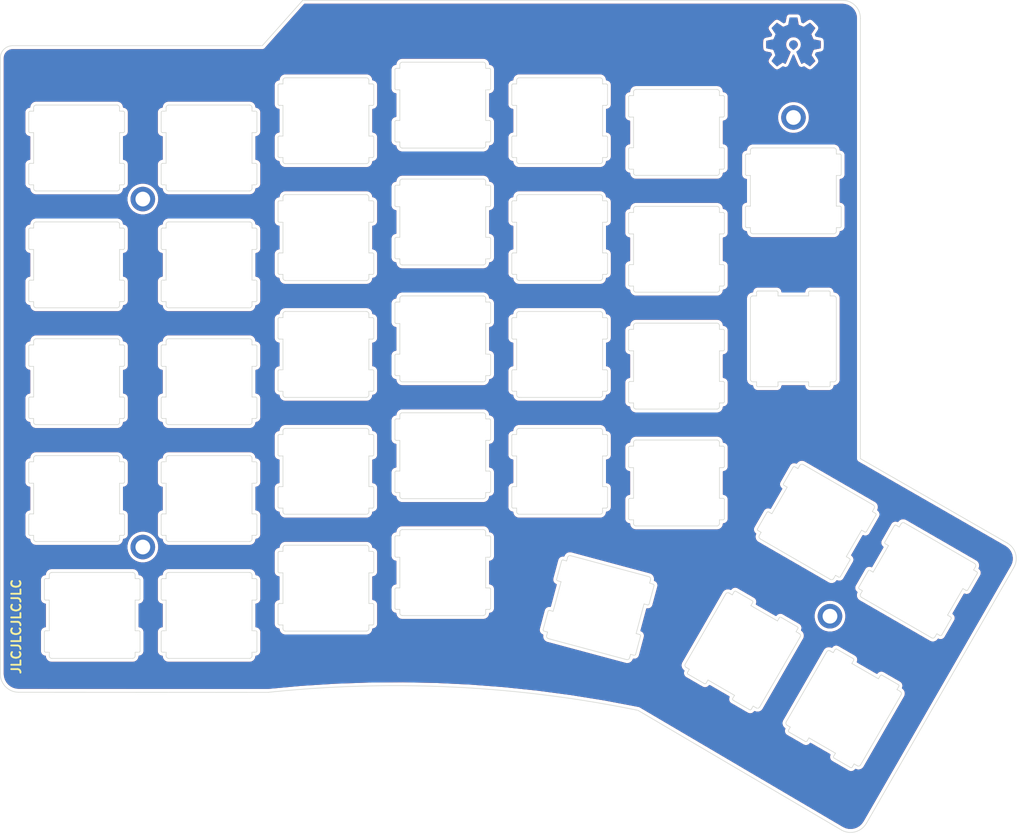
<source format=kicad_pcb>
(kicad_pcb (version 20171130) (host pcbnew "(5.1.5)-3")
  (title_block (title "Redox keyboard PCB") (date 2020-05-12) (rev "2.0 NG") (comment 1 "Modified by Nicolas Grondin") (comment 2 https://github.com/engee974/redox-keyboard) (comment 3 "designed by Mattia Dal Ben (aka u/TiaMaT102)") (comment 4 https://github.com/mattdibi/redox-keyboard))
  (layers (0 F.Cu signal) (31 B.Cu signal) (34 B.Paste user) (35 F.Paste user) (36 B.SilkS user) (37 F.SilkS user) (38 B.Mask user) (39 F.Mask user) (44 Edge.Cuts user))
  (net 0 "")
  (module redox_ng:M2_HOLE_PCB (layer F.Cu) (at 208.3 61.7)
    (fp_text reference H1 hide)
    (fp_text value MountingHole hide)
    (pad "" thru_hole circle (at 0 0) (size 4 4) (drill 2.4) (layers *.Cu *.Mask))
  )
  (module redox_ng:M2_HOLE_PCB (layer F.Cu) (at 102.235 75)
    (fp_text reference H2 hide)
    (fp_text value MountingHole hide)
    (pad "" thru_hole circle (at 0 0) (size 4 4) (drill 2.4) (layers *.Cu *.Mask))
  )
  (module redox_ng:M2_HOLE_PCB (layer F.Cu) (at 102.235 131.725)
    (fp_text reference H3 hide)
    (fp_text value MountingHole hide)
    (pad "" thru_hole circle (at 0 0) (size 4 4) (drill 2.4) (layers *.Cu *.Mask))
  )
  (module redox_ng:M2_HOLE_PCB (layer F.Cu) (at 214.25 143)
    (fp_text reference H4 hide)
    (fp_text value MountingHole hide)
    (pad "" thru_hole circle (at 0 0) (size 4 4) (drill 2.4) (layers *.Cu *.Mask))
  )
  (module redox_footprints:OSHW-Symbol_8.9x8mm_Copper (layer F.Cu) (at 208.3 49.4)
    (fp_text reference REF** hide)
    (fp_text value OSHW-Symbol_8.9x8mm_Copper hide)
    (fp_poly (pts (xy 0.746536 -3.399573) (xy 0.859118 -2.802382) (xy 1.274531 -2.631135) (xy 1.689945 -2.459888) (xy 2.188302 -2.798767) (xy 2.327869 -2.893123) (xy 2.454029 -2.97737) (xy 2.560896 -3.047662) (xy 2.642583 -3.100153) (xy 2.693202 -3.130996) (xy 2.706987 -3.137647) (xy 2.731821 -3.120542) (xy 2.784889 -3.073256) (xy 2.860241 -3.001828) (xy 2.95193 -2.9123) (xy 3.054008 -2.810711) (xy 3.160527 -2.703102) (xy 3.265537 -2.595513) (xy 3.363092 -2.493985) (xy 3.447243 -2.404559) (xy 3.512041 -2.333274) (xy 3.551538 -2.286172) (xy 3.560981 -2.270408) (xy 3.547392 -2.241347) (xy 3.509294 -2.177679) (xy 3.450694 -2.085633) (xy 3.375598 -1.971436) (xy 3.288009 -1.841316) (xy 3.237255 -1.767099) (xy 3.144746 -1.631578) (xy 3.062541 -1.509284) (xy 2.994631 -1.406305) (xy 2.945001 -1.328727) (xy 2.917641 -1.282639) (xy 2.91353 -1.272953) (xy 2.92285 -1.245426) (xy 2.948255 -1.181272) (xy 2.985912 -1.08951) (xy 3.031987 -0.979161) (xy 3.082647 -0.859245) (xy 3.13406 -0.738781) (xy 3.18239 -0.626791) (xy 3.223807 -0.532293) (xy 3.254475 -0.464308) (xy 3.270562 -0.431857) (xy 3.271512 -0.43058) (xy 3.296773 -0.424383) (xy 3.364046 -0.41056) (xy 3.466361 -0.390468) (xy 3.596742 -0.365466) (xy 3.748217 -0.336914) (xy 3.836594 -0.320449) (xy 3.998453 -0.289631) (xy 4.14465 -0.260306) (xy 4.267788 -0.234079) (xy 4.36047 -0.212554) (xy 4.415302 -0.197335) (xy 4.426324 -0.192507) (xy 4.437119 -0.159826) (xy 4.44583 -0.086015) (xy 4.452461 0.020292) (xy 4.457019 0.150467) (xy 4.45951 0.295876) (xy 4.459939 0.44789) (xy 4.458312 0.597877) (xy 4.454636 0.737206) (xy 4.448916 0.857245) (xy 4.441158 0.949365) (xy 4.431369 1.004932) (xy 4.425497 1.0165) (xy 4.3904 1.030365) (xy 4.316029 1.050188) (xy 4.212224 1.073639) (xy 4.08882 1.098391) (xy 4.045742 1.106398) (xy 3.838048 1.144441) (xy 3.673985 1.175079) (xy 3.548131 1.199529) (xy 3.455066 1.219009) (xy 3.389368 1.234736) (xy 3.345618 1.247928) (xy 3.318393 1.259804) (xy 3.302273 1.27158) (xy 3.300018 1.273908) (xy 3.277504 1.3114) (xy 3.243159 1.384365) (xy 3.200412 1.483867) (xy 3.152693 1.600973) (xy 3.103431 1.726748) (xy 3.056056 1.852257) (xy 3.013996 1.968565) (xy 2.980681 2.066739) (xy 2.959542 2.137843) (xy 2.954006 2.172942) (xy 2.954467 2.174172) (xy 2.973224 2.202861) (xy 3.015777 2.265985) (xy 3.077654 2.356973) (xy 3.154383 2.469255) (xy 3.241492 2.59626) (xy 3.266299 2.632353) (xy 3.354753 2.763203) (xy 3.432589 2.882591) (xy 3.495567 2.983662) (xy 3.539446 3.059559) (xy 3.559986 3.103427) (xy 3.560981 3.108817) (xy 3.543723 3.137144) (xy 3.496036 3.193261) (xy 3.424051 3.271137) (xy 3.333898 3.36474) (xy 3.231706 3.468041) (xy 3.123606 3.575006) (xy 3.015729 3.679606) (xy 2.914205 3.775809) (xy 2.825163 3.857584) (xy 2.754734 3.9189) (xy 2.709048 3.953726) (xy 2.69641 3.959412) (xy 2.666992 3.94602) (xy 2.606762 3.909899) (xy 2.52553 3.857136) (xy 2.463031 3.814667) (xy 2.349786 3.73674) (xy 2.215675 3.644984) (xy 2.081156 3.553375) (xy 2.008834 3.504346) (xy 1.764039 3.33877) (xy 1.558551 3.449875) (xy 1.464937 3.498548) (xy 1.385331 3.536381) (xy 1.331468 3.557958) (xy 1.317758 3.560961) (xy 1.301271 3.538793) (xy 1.268746 3.476149) (xy 1.222609 3.378809) (xy 1.165291 3.252549) (xy 1.099217 3.10315) (xy 1.026816 2.936388) (xy 0.950517 2.758042) (xy 0.872747 2.573891) (xy 0.795935 2.389712) (xy 0.722507 2.211285) (xy 0.654893 2.044387) (xy 0.595521 1.894797) (xy 0.546817 1.768293) (xy 0.511211 1.670654) (xy 0.491131 1.607657) (xy 0.487901 1.586021) (xy 0.513497 1.558424) (xy 0.569539 1.513625) (xy 0.644312 1.460934) (xy 0.650588 1.456765) (xy 0.843846 1.302069) (xy 0.999675 1.121591) (xy 1.116725 0.921102) (xy 1.193646 0.706374) (xy 1.229087 0.483177) (xy 1.221698 0.257281) (xy 1.170128 0.034459) (xy 1.073027 -0.179521) (xy 1.044459 -0.226336) (xy 0.895869 -0.415382) (xy 0.720328 -0.567188) (xy 0.523911 -0.680966) (xy 0.312694 -0.755925) (xy 0.092754 -0.791278) (xy -0.129836 -0.786233) (xy -0.348998 -0.740001) (xy -0.558657 -0.651794) (xy -0.752738 -0.520821) (xy -0.812773 -0.467663) (xy -0.965564 -0.301261) (xy -1.076902 -0.126088) (xy -1.153276 0.070266) (xy -1.195812 0.264717) (xy -1.206313 0.483342) (xy -1.171299 0.703052) (xy -1.094326 0.91642) (xy -0.978952 1.116022) (xy -0.828734 1.294429) (xy -0.647226 1.444217) (xy -0.623372 1.460006) (xy -0.547798 1.511712) (xy -0.490348 1.556512) (xy -0.462882 1.585117) (xy -0.462482 1.586021) (xy -0.468379 1.616964) (xy -0.491754 1.687191) (xy -0.530178 1.790925) (xy -0.581222 1.92239) (xy -0.642457 2.075807) (xy -0.711455 2.245401) (xy -0.785786 2.425393) (xy -0.863021 2.610008) (xy -0.940731 2.793468) (xy -1.016488 2.969996) (xy -1.087862 3.133814) (xy -1.152425 3.279147) (xy -1.207747 3.400217) (xy -1.251399 3.491247) (xy -1.280953 3.54646) (xy -1.292855 3.560961) (xy -1.329222 3.549669) (xy -1.397269 3.519385) (xy -1.485263 3.47552) (xy -1.533649 3.449875) (xy -1.739136 3.33877) (xy -1.983931 3.504346) (xy -2.108893 3.58917) (xy -2.245704 3.682516) (xy -2.373911 3.770408) (xy -2.438128 3.814667) (xy -2.528448 3.875318) (xy -2.604928 3.923381) (xy -2.657592 3.95277) (xy -2.674697 3.958982) (xy -2.699594 3.942223) (xy -2.754694 3.895436) (xy -2.834656 3.82348) (xy -2.934139 3.731212) (xy -3.047799 3.62349) (xy -3.119684 3.554326) (xy -3.245448 3.430757) (xy -3.354136 3.320234) (xy -3.441354 3.227485) (xy -3.50271 3.157237) (xy -3.533808 3.11422) (xy -3.536791 3.10549) (xy -3.522946 3.072284) (xy -3.484687 3.005142) (xy -3.426258 2.910863) (xy -3.351902 2.796245) (xy -3.265864 2.668083) (xy -3.241397 2.632353) (xy -3.152245 2.502489) (xy -3.072261 2.385569) (xy -3.005919 2.288162) (xy -2.957688 2.216839) (xy -2.932042 2.17817) (xy -2.929564 2.174172) (xy -2.93327 2.143355) (xy -2.952938 2.075599) (xy -2.985139 1.979839) (xy -3.026444 1.865009) (xy -3.073424 1.740044) (xy -3.12265 1.613879) (xy -3.170691 1.495448) (xy -3.214118 1.393685) (xy -3.249503 1.317526) (xy -3.273415 1.275904) (xy -3.275115 1.273908) (xy -3.289737 1.262013) (xy -3.314434 1.25025) (xy -3.354627 1.237401) (xy -3.415736 1.222249) (xy -3.503182 1.203576) (xy -3.622387 1.180165) (xy -3.778772 1.150797) (xy -3.977756 1.114255) (xy -4.020839 1.106398) (xy -4.148529 1.081727) (xy -4.259846 1.057593) (xy -4.344954 1.036324) (xy -4.394016 1.020248) (xy -4.400594 1.0165) (xy -4.411435 0.983273) (xy -4.420246 0.909021) (xy -4.427023 0.802376) (xy -4.431759 0.671967) (xy -4.434449 0.526427) (xy -4.435086 0.374386) (xy -4.433665 0.224476) (xy -4.430179 0.085328) (xy -4.424623 -0.034428) (xy -4.416991 -0.126159) (xy -4.407277 -0.181234) (xy -4.401421 -0.192507) (xy -4.368819 -0.203877) (xy -4.294581 -0.222376) (xy -4.186103 -0.246398) (xy -4.050782 -0.274338) (xy -3.896014 -0.304592) (xy -3.811692 -0.320449) (xy -3.651703 -0.350356) (xy -3.509032 -0.37745) (xy -3.390651 -0.400369) (xy -3.303534 -0.417757) (xy -3.254654 -0.428253) (xy -3.246609 -0.43058) (xy -3.233012 -0.456814) (xy -3.20427 -0.520005) (xy -3.164214 -0.611123) (xy -3.116675 -0.721143) (xy -3.065484 -0.841035) (xy -3.014473 -0.961773) (xy -2.967473 -1.074329) (xy -2.928315 -1.169674) (xy -2.90083 -1.238783) (xy -2.88885 -1.272626) (xy -2.888627 -1.274105) (xy -2.902208 -1.300803) (xy -2.940284 -1.36224) (xy -2.998852 -1.452311) (xy -3.073911 -1.56491) (xy -3.161459 -1.69393) (xy -3.212352 -1.768039) (xy -3.30509 -1.903923) (xy -3.387458 -2.027291) (xy -3.455438 -2.131903) (xy -3.505011 -2.211517) (xy -3.532157 -2.259893) (xy -3.536078 -2.270738) (xy -3.519224 -2.29598) (xy -3.472631 -2.349876) (xy -3.402251 -2.426387) (xy -3.314034 -2.519477) (xy -3.213934 -2.623105) (xy -3.107901 -2.731236) (xy -3.001888 -2.83783) (xy -2.901847 -2.93685) (xy -2.813729 -3.022258) (xy -2.743486 -3.088015) (xy -2.697071 -3.128084) (xy -2.681543 -3.137647) (xy -2.65626 -3.1242) (xy -2.595788 -3.086425) (xy -2.506007 -3.028165) (xy -2.392796 -2.953266) (xy -2.262036 -2.865575) (xy -2.1634 -2.798767) (xy -1.665042 -2.459888) (xy -1.249629 -2.631135) (xy -0.834215 -2.802382) (xy -0.721633 -3.399573) (xy -0.60905 -3.996765) (xy 0.633953 -3.996765) (xy 0.746536 -3.399573)) (layer F.Cu) (width 0.01))
  )
  (module redox_footprints:OSHW-Symbol_8.9x8mm_Copper (layer B.Cu) (at 208.3 49.4 180)
    (fp_text reference REF** hide)
    (fp_text value OSHW-Symbol_8.9x8mm_Copper hide)
    (fp_poly (pts (xy 0.746536 3.399573) (xy 0.859118 2.802382) (xy 1.274531 2.631135) (xy 1.689945 2.459888) (xy 2.188302 2.798767) (xy 2.327869 2.893123) (xy 2.454029 2.97737) (xy 2.560896 3.047662) (xy 2.642583 3.100153) (xy 2.693202 3.130996) (xy 2.706987 3.137647) (xy 2.731821 3.120542) (xy 2.784889 3.073256) (xy 2.860241 3.001828) (xy 2.95193 2.9123) (xy 3.054008 2.810711) (xy 3.160527 2.703102) (xy 3.265537 2.595513) (xy 3.363092 2.493985) (xy 3.447243 2.404559) (xy 3.512041 2.333274) (xy 3.551538 2.286172) (xy 3.560981 2.270408) (xy 3.547392 2.241347) (xy 3.509294 2.177679) (xy 3.450694 2.085633) (xy 3.375598 1.971436) (xy 3.288009 1.841316) (xy 3.237255 1.767099) (xy 3.144746 1.631578) (xy 3.062541 1.509284) (xy 2.994631 1.406305) (xy 2.945001 1.328727) (xy 2.917641 1.282639) (xy 2.91353 1.272953) (xy 2.92285 1.245426) (xy 2.948255 1.181272) (xy 2.985912 1.08951) (xy 3.031987 0.979161) (xy 3.082647 0.859245) (xy 3.13406 0.738781) (xy 3.18239 0.626791) (xy 3.223807 0.532293) (xy 3.254475 0.464308) (xy 3.270562 0.431857) (xy 3.271512 0.43058) (xy 3.296773 0.424383) (xy 3.364046 0.41056) (xy 3.466361 0.390468) (xy 3.596742 0.365466) (xy 3.748217 0.336914) (xy 3.836594 0.320449) (xy 3.998453 0.289631) (xy 4.14465 0.260306) (xy 4.267788 0.234079) (xy 4.36047 0.212554) (xy 4.415302 0.197335) (xy 4.426324 0.192507) (xy 4.437119 0.159826) (xy 4.44583 0.086015) (xy 4.452461 -0.020292) (xy 4.457019 -0.150467) (xy 4.45951 -0.295876) (xy 4.459939 -0.44789) (xy 4.458312 -0.597877) (xy 4.454636 -0.737206) (xy 4.448916 -0.857245) (xy 4.441158 -0.949365) (xy 4.431369 -1.004932) (xy 4.425497 -1.0165) (xy 4.3904 -1.030365) (xy 4.316029 -1.050188) (xy 4.212224 -1.073639) (xy 4.08882 -1.098391) (xy 4.045742 -1.106398) (xy 3.838048 -1.144441) (xy 3.673985 -1.175079) (xy 3.548131 -1.199529) (xy 3.455066 -1.219009) (xy 3.389368 -1.234736) (xy 3.345618 -1.247928) (xy 3.318393 -1.259804) (xy 3.302273 -1.27158) (xy 3.300018 -1.273908) (xy 3.277504 -1.3114) (xy 3.243159 -1.384365) (xy 3.200412 -1.483867) (xy 3.152693 -1.600973) (xy 3.103431 -1.726748) (xy 3.056056 -1.852257) (xy 3.013996 -1.968565) (xy 2.980681 -2.066739) (xy 2.959542 -2.137843) (xy 2.954006 -2.172942) (xy 2.954467 -2.174172) (xy 2.973224 -2.202861) (xy 3.015777 -2.265985) (xy 3.077654 -2.356973) (xy 3.154383 -2.469255) (xy 3.241492 -2.59626) (xy 3.266299 -2.632353) (xy 3.354753 -2.763203) (xy 3.432589 -2.882591) (xy 3.495567 -2.983662) (xy 3.539446 -3.059559) (xy 3.559986 -3.103427) (xy 3.560981 -3.108817) (xy 3.543723 -3.137144) (xy 3.496036 -3.193261) (xy 3.424051 -3.271137) (xy 3.333898 -3.36474) (xy 3.231706 -3.468041) (xy 3.123606 -3.575006) (xy 3.015729 -3.679606) (xy 2.914205 -3.775809) (xy 2.825163 -3.857584) (xy 2.754734 -3.9189) (xy 2.709048 -3.953726) (xy 2.69641 -3.959412) (xy 2.666992 -3.94602) (xy 2.606762 -3.909899) (xy 2.52553 -3.857136) (xy 2.463031 -3.814667) (xy 2.349786 -3.73674) (xy 2.215675 -3.644984) (xy 2.081156 -3.553375) (xy 2.008834 -3.504346) (xy 1.764039 -3.33877) (xy 1.558551 -3.449875) (xy 1.464937 -3.498548) (xy 1.385331 -3.536381) (xy 1.331468 -3.557958) (xy 1.317758 -3.560961) (xy 1.301271 -3.538793) (xy 1.268746 -3.476149) (xy 1.222609 -3.378809) (xy 1.165291 -3.252549) (xy 1.099217 -3.10315) (xy 1.026816 -2.936388) (xy 0.950517 -2.758042) (xy 0.872747 -2.573891) (xy 0.795935 -2.389712) (xy 0.722507 -2.211285) (xy 0.654893 -2.044387) (xy 0.595521 -1.894797) (xy 0.546817 -1.768293) (xy 0.511211 -1.670654) (xy 0.491131 -1.607657) (xy 0.487901 -1.586021) (xy 0.513497 -1.558424) (xy 0.569539 -1.513625) (xy 0.644312 -1.460934) (xy 0.650588 -1.456765) (xy 0.843846 -1.302069) (xy 0.999675 -1.121591) (xy 1.116725 -0.921102) (xy 1.193646 -0.706374) (xy 1.229087 -0.483177) (xy 1.221698 -0.257281) (xy 1.170128 -0.034459) (xy 1.073027 0.179521) (xy 1.044459 0.226336) (xy 0.895869 0.415382) (xy 0.720328 0.567188) (xy 0.523911 0.680966) (xy 0.312694 0.755925) (xy 0.092754 0.791278) (xy -0.129836 0.786233) (xy -0.348998 0.740001) (xy -0.558657 0.651794) (xy -0.752738 0.520821) (xy -0.812773 0.467663) (xy -0.965564 0.301261) (xy -1.076902 0.126088) (xy -1.153276 -0.070266) (xy -1.195812 -0.264717) (xy -1.206313 -0.483342) (xy -1.171299 -0.703052) (xy -1.094326 -0.91642) (xy -0.978952 -1.116022) (xy -0.828734 -1.294429) (xy -0.647226 -1.444217) (xy -0.623372 -1.460006) (xy -0.547798 -1.511712) (xy -0.490348 -1.556512) (xy -0.462882 -1.585117) (xy -0.462482 -1.586021) (xy -0.468379 -1.616964) (xy -0.491754 -1.687191) (xy -0.530178 -1.790925) (xy -0.581222 -1.92239) (xy -0.642457 -2.075807) (xy -0.711455 -2.245401) (xy -0.785786 -2.425393) (xy -0.863021 -2.610008) (xy -0.940731 -2.793468) (xy -1.016488 -2.969996) (xy -1.087862 -3.133814) (xy -1.152425 -3.279147) (xy -1.207747 -3.400217) (xy -1.251399 -3.491247) (xy -1.280953 -3.54646) (xy -1.292855 -3.560961) (xy -1.329222 -3.549669) (xy -1.397269 -3.519385) (xy -1.485263 -3.47552) (xy -1.533649 -3.449875) (xy -1.739136 -3.33877) (xy -1.983931 -3.504346) (xy -2.108893 -3.58917) (xy -2.245704 -3.682516) (xy -2.373911 -3.770408) (xy -2.438128 -3.814667) (xy -2.528448 -3.875318) (xy -2.604928 -3.923381) (xy -2.657592 -3.95277) (xy -2.674697 -3.958982) (xy -2.699594 -3.942223) (xy -2.754694 -3.895436) (xy -2.834656 -3.82348) (xy -2.934139 -3.731212) (xy -3.047799 -3.62349) (xy -3.119684 -3.554326) (xy -3.245448 -3.430757) (xy -3.354136 -3.320234) (xy -3.441354 -3.227485) (xy -3.50271 -3.157237) (xy -3.533808 -3.11422) (xy -3.536791 -3.10549) (xy -3.522946 -3.072284) (xy -3.484687 -3.005142) (xy -3.426258 -2.910863) (xy -3.351902 -2.796245) (xy -3.265864 -2.668083) (xy -3.241397 -2.632353) (xy -3.152245 -2.502489) (xy -3.072261 -2.385569) (xy -3.005919 -2.288162) (xy -2.957688 -2.216839) (xy -2.932042 -2.17817) (xy -2.929564 -2.174172) (xy -2.93327 -2.143355) (xy -2.952938 -2.075599) (xy -2.985139 -1.979839) (xy -3.026444 -1.865009) (xy -3.073424 -1.740044) (xy -3.12265 -1.613879) (xy -3.170691 -1.495448) (xy -3.214118 -1.393685) (xy -3.249503 -1.317526) (xy -3.273415 -1.275904) (xy -3.275115 -1.273908) (xy -3.289737 -1.262013) (xy -3.314434 -1.25025) (xy -3.354627 -1.237401) (xy -3.415736 -1.222249) (xy -3.503182 -1.203576) (xy -3.622387 -1.180165) (xy -3.778772 -1.150797) (xy -3.977756 -1.114255) (xy -4.020839 -1.106398) (xy -4.148529 -1.081727) (xy -4.259846 -1.057593) (xy -4.344954 -1.036324) (xy -4.394016 -1.020248) (xy -4.400594 -1.0165) (xy -4.411435 -0.983273) (xy -4.420246 -0.909021) (xy -4.427023 -0.802376) (xy -4.431759 -0.671967) (xy -4.434449 -0.526427) (xy -4.435086 -0.374386) (xy -4.433665 -0.224476) (xy -4.430179 -0.085328) (xy -4.424623 0.034428) (xy -4.416991 0.126159) (xy -4.407277 0.181234) (xy -4.401421 0.192507) (xy -4.368819 0.203877) (xy -4.294581 0.222376) (xy -4.186103 0.246398) (xy -4.050782 0.274338) (xy -3.896014 0.304592) (xy -3.811692 0.320449) (xy -3.651703 0.350356) (xy -3.509032 0.37745) (xy -3.390651 0.400369) (xy -3.303534 0.417757) (xy -3.254654 0.428253) (xy -3.246609 0.43058) (xy -3.233012 0.456814) (xy -3.20427 0.520005) (xy -3.164214 0.611123) (xy -3.116675 0.721143) (xy -3.065484 0.841035) (xy -3.014473 0.961773) (xy -2.967473 1.074329) (xy -2.928315 1.169674) (xy -2.90083 1.238783) (xy -2.88885 1.272626) (xy -2.888627 1.274105) (xy -2.902208 1.300803) (xy -2.940284 1.36224) (xy -2.998852 1.452311) (xy -3.073911 1.56491) (xy -3.161459 1.69393) (xy -3.212352 1.768039) (xy -3.30509 1.903923) (xy -3.387458 2.027291) (xy -3.455438 2.131903) (xy -3.505011 2.211517) (xy -3.532157 2.259893) (xy -3.536078 2.270738) (xy -3.519224 2.29598) (xy -3.472631 2.349876) (xy -3.402251 2.426387) (xy -3.314034 2.519477) (xy -3.213934 2.623105) (xy -3.107901 2.731236) (xy -3.001888 2.83783) (xy -2.901847 2.93685) (xy -2.813729 3.022258) (xy -2.743486 3.088015) (xy -2.697071 3.128084) (xy -2.681543 3.137647) (xy -2.65626 3.1242) (xy -2.595788 3.086425) (xy -2.506007 3.028165) (xy -2.392796 2.953266) (xy -2.262036 2.865575) (xy -2.1634 2.798767) (xy -1.665042 2.459888) (xy -1.249629 2.631135) (xy -0.834215 2.802382) (xy -0.721633 3.399573) (xy -0.60905 3.996765) (xy 0.633953 3.996765) (xy 0.746536 3.399573)) (layer B.Cu) (width 0.01))
  )
  (gr_text JLCJLCJLCJLC (at 81.6 144.7 90) (layer F.SilkS) (effects (font (size 1.5 1.5) (thickness 0.3))))
  (gr_arc (start 81 52) (end 81 50) (angle -90) (layer Edge.Cuts) (width 0.1))
  (gr_line (start 81 50) (end 121.7 50) (layer Edge.Cuts) (width 0.1))
  (gr_line (start 121.7 50) (end 128.3 42.6) (layer Edge.Cuts) (width 0.1))
  (gr_line (start 216.3 42.6) (end 128.3 42.6) (angle 90) (layer Edge.Cuts) (width 0.1))
  (gr_arc (start 216.294934 45.515879) (end 219.21 45.584917) (angle -91.25714726) (layer Edge.Cuts) (width 0.1))
  (gr_line (start 219.21 45.584917) (end 219.21 117.314917) (angle 90) (layer Edge.Cuts) (width 0.1))
  (gr_line (start 219.21 117.314917) (end 243.15 131.07) (angle 90) (layer Edge.Cuts) (width 0.1))
  (gr_arc (start 241.7 133.6) (end 244.2 135.1) (angle -91.09563433) (layer Edge.Cuts) (width 0.1))
  (gr_line (start 220.2 176.75) (end 244.2 135.1) (angle 90) (layer Edge.Cuts) (width 0.1))
  (gr_arc (start 217.599998 175.251925) (end 216.1 177.85) (angle -90) (layer Edge.Cuts) (width 0.1))
  (gr_line (start 182.95 158.35) (end 216.1 177.85) (layer Edge.Cuts) (width 0.1))
  (gr_arc (start 143.352506 351.184557) (end 182.95 158.35) (angle -17.63787651) (layer Edge.Cuts) (width 0.1))
  (gr_arc (start 82 152.4) (end 79 152.4) (angle -90) (layer Edge.Cuts) (width 0.1))
  (gr_line (start 82 155.4) (end 122.659683 155.417004) (angle 90) (layer Edge.Cuts) (width 0.1))
  (gr_line (start 79 52) (end 79 152.4) (angle 90) (layer Edge.Cuts) (width 0.1))
  (gr_line (start 190.809234 151.352177) (end 191.328849 151.652177) (layer Edge.Cuts) (width 0.1))
  (gr_line (start 191.028845 152.171792) (end 191.328849 151.652177) (layer Edge.Cuts) (width 0.1))
  (gr_line (start 209.387179 146.374232) (end 202.787177 157.805766) (layer Edge.Cuts) (width 0.1))
  (gr_line (start 208.721151 145.527823) (end 209.240766 145.827823) (layer Edge.Cuts) (width 0.1))
  (gr_arc (start 197.60923 139.574232) (end 197.809232 139.227821) (angle -90) (layer Edge.Cuts) (width 0.1))
  (gr_arc (start 209.040768 146.17423) (end 209.387179 146.374232) (angle -90) (layer Edge.Cuts) (width 0.1))
  (gr_line (start 197.262823 139.374234) (end 190.662821 150.805768) (layer Edge.Cuts) (width 0.1))
  (gr_arc (start 191.009232 151.00577) (end 190.662821 150.805768) (angle -90) (layer Edge.Cuts) (width 0.1))
  (gr_line (start 198.328847 139.527822) (end 198.62885 139.008207) (layer Edge.Cuts) (width 0.1))
  (gr_line (start 208.721151 145.527823) (end 209.021155 145.008208) (layer Edge.Cuts) (width 0.1))
  (gr_line (start 197.809232 139.227821) (end 198.328847 139.527822) (layer Edge.Cuts) (width 0.1))
  (gr_line (start 194.059938 153.921792) (end 194.359936 153.402178) (layer Edge.Cuts) (width 0.1))
  (gr_line (start 198.390066 156.421795) (end 198.690064 155.902178) (layer Edge.Cuts) (width 0.1))
  (gr_line (start 201.721153 157.652178) (end 202.240768 157.952179) (layer Edge.Cuts) (width 0.1))
  (gr_arc (start 202.44077 157.605768) (end 202.240768 157.952179) (angle -90) (layer Edge.Cuts) (width 0.1))
  (gr_line (start 201.42115 158.171793) (end 201.721153 157.652178) (layer Edge.Cuts) (width 0.1))
  (gr_line (start 191.102052 152.444999) (end 193.786732 153.994999) (layer Edge.Cuts) (width 0.1))
  (gr_line (start 201.359936 141.277822) (end 205.690064 143.777822) (layer Edge.Cuts) (width 0.1))
  (gr_line (start 208.947948 144.735001) (end 206.263268 143.185001) (layer Edge.Cuts) (width 0.1))
  (gr_line (start 198.463269 156.694995) (end 201.147947 158.244997) (layer Edge.Cuts) (width 0.1))
  (gr_line (start 201.659934 140.758205) (end 201.359936 141.277822) (layer Edge.Cuts) (width 0.1))
  (gr_arc (start 206.163269 143.358208) (end 206.263268 143.185001) (angle -90) (layer Edge.Cuts) (width 0.1))
  (gr_arc (start 191.202052 152.271792) (end 191.028845 152.171792) (angle -90) (layer Edge.Cuts) (width 0.1))
  (gr_line (start 201.586731 140.485005) (end 198.902053 138.935003) (layer Edge.Cuts) (width 0.1))
  (gr_arc (start 208.847948 144.908208) (end 209.021155 145.008208) (angle -90) (layer Edge.Cuts) (width 0.1))
  (gr_arc (start 198.802053 139.108207) (end 198.902053 138.935003) (angle -90) (layer Edge.Cuts) (width 0.1))
  (gr_arc (start 193.886731 153.821792) (end 193.786732 153.994999) (angle -90) (layer Edge.Cuts) (width 0.1))
  (gr_arc (start 201.486732 140.658205) (end 201.659934 140.758205) (angle -90) (layer Edge.Cuts) (width 0.1))
  (gr_line (start 205.990062 143.258208) (end 205.690064 143.777822) (layer Edge.Cuts) (width 0.1))
  (gr_line (start 194.359936 153.402178) (end 198.690064 155.902178) (layer Edge.Cuts) (width 0.1))
  (gr_arc (start 198.563268 156.521795) (end 198.390066 156.421795) (angle -90) (layer Edge.Cuts) (width 0.1))
  (gr_arc (start 201.247947 158.071793) (end 201.147947 158.244997) (angle -90) (layer Edge.Cuts) (width 0.1))
  (gr_line (start 207.264239 160.781927) (end 207.783853 161.081926) (layer Edge.Cuts) (width 0.1))
  (gr_line (start 207.483856 161.601545) (end 207.783853 161.081926) (layer Edge.Cuts) (width 0.1))
  (gr_line (start 225.842186 155.803984) (end 219.242184 167.235519) (layer Edge.Cuts) (width 0.1))
  (gr_line (start 225.176161 154.957572) (end 225.695773 155.257573) (layer Edge.Cuts) (width 0.1))
  (gr_arc (start 214.064238 149.003983) (end 214.264243 148.657574) (angle -90) (layer Edge.Cuts) (width 0.1))
  (gr_arc (start 225.495776 155.603985) (end 225.842186 155.803984) (angle -90) (layer Edge.Cuts) (width 0.1))
  (gr_line (start 213.717828 148.803981) (end 207.117831 160.235518) (layer Edge.Cuts) (width 0.1))
  (gr_arc (start 207.46424 160.43552) (end 207.117831 160.235518) (angle -90) (layer Edge.Cuts) (width 0.1))
  (gr_line (start 214.783858 148.957573) (end 215.083855 148.437955) (layer Edge.Cuts) (width 0.1))
  (gr_line (start 225.176161 154.957572) (end 225.47616 154.437956) (layer Edge.Cuts) (width 0.1))
  (gr_line (start 214.264243 148.657574) (end 214.783858 148.957573) (layer Edge.Cuts) (width 0.1))
  (gr_line (start 210.514943 163.351544) (end 210.814946 162.831926) (layer Edge.Cuts) (width 0.1))
  (gr_line (start 214.845071 165.851542) (end 215.14507 165.331925) (layer Edge.Cuts) (width 0.1))
  (gr_line (start 218.176159 167.081928) (end 218.695775 167.38193) (layer Edge.Cuts) (width 0.1))
  (gr_arc (start 218.895772 167.035522) (end 218.695775 167.38193) (angle -90) (layer Edge.Cuts) (width 0.1))
  (gr_line (start 217.876159 167.601544) (end 218.176159 167.081928) (layer Edge.Cuts) (width 0.1))
  (gr_line (start 207.557059 161.87475) (end 210.241739 163.424747) (layer Edge.Cuts) (width 0.1))
  (gr_line (start 217.814945 150.70757) (end 222.145073 153.207568) (layer Edge.Cuts) (width 0.1))
  (gr_line (start 225.402957 154.164753) (end 222.718275 152.614751) (layer Edge.Cuts) (width 0.1))
  (gr_line (start 214.918277 166.124748) (end 217.602954 167.674749) (layer Edge.Cuts) (width 0.1))
  (gr_line (start 218.114944 150.187955) (end 217.814945 150.70757) (layer Edge.Cuts) (width 0.1))
  (gr_arc (start 222.618278 152.787957) (end 222.718275 152.614751) (angle -90) (layer Edge.Cuts) (width 0.1))
  (gr_arc (start 207.65706 161.701542) (end 207.483856 161.601545) (angle -90) (layer Edge.Cuts) (width 0.1))
  (gr_line (start 218.041738 149.91475) (end 215.357057 148.364752) (layer Edge.Cuts) (width 0.1))
  (gr_arc (start 225.302955 154.337958) (end 225.47616 154.437956) (angle -90) (layer Edge.Cuts) (width 0.1))
  (gr_arc (start 215.257063 148.537958) (end 215.357057 148.364752) (angle -90) (layer Edge.Cuts) (width 0.1))
  (gr_arc (start 210.341736 163.251541) (end 210.241739 163.424747) (angle -90) (layer Edge.Cuts) (width 0.1))
  (gr_arc (start 217.941742 150.087957) (end 218.114944 150.187955) (angle -90) (layer Edge.Cuts) (width 0.1))
  (gr_line (start 222.44507 152.687959) (end 222.145073 153.207568) (layer Edge.Cuts) (width 0.1))
  (gr_line (start 210.814946 162.831926) (end 215.14507 165.331925) (layer Edge.Cuts) (width 0.1))
  (gr_arc (start 215.018274 165.951542) (end 214.845071 165.851542) (angle -90) (layer Edge.Cuts) (width 0.1))
  (gr_arc (start 217.702953 167.501544) (end 217.602954 167.674749) (angle -90) (layer Edge.Cuts) (width 0.1))
  (gr_line (start 231.362178 146.375767) (end 231.662178 145.856151) (layer Edge.Cuts) (width 0.1))
  (gr_line (start 232.181793 146.156153) (end 231.662178 145.856151) (layer Edge.Cuts) (width 0.1))
  (gr_line (start 226.384233 127.797822) (end 237.815767 134.397822) (layer Edge.Cuts) (width 0.1))
  (gr_line (start 225.537822 128.463849) (end 225.837822 127.944233) (layer Edge.Cuts) (width 0.1))
  (gr_arc (start 219.584232 139.575769) (end 219.237822 139.375767) (angle -90) (layer Edge.Cuts) (width 0.1))
  (gr_arc (start 226.184231 128.144232) (end 226.384233 127.797822) (angle -90) (layer Edge.Cuts) (width 0.1))
  (gr_line (start 219.384233 139.922178) (end 230.815767 146.522178) (layer Edge.Cuts) (width 0.1))
  (gr_arc (start 231.015769 146.175768) (end 230.815767 146.522178) (angle -90) (layer Edge.Cuts) (width 0.1))
  (gr_line (start 219.537822 138.856152) (end 219.018207 138.556152) (layer Edge.Cuts) (width 0.1))
  (gr_line (start 225.537822 128.463849) (end 225.018207 128.163847) (layer Edge.Cuts) (width 0.1))
  (gr_line (start 219.237822 139.375767) (end 219.537822 138.856152) (layer Edge.Cuts) (width 0.1))
  (gr_line (start 233.931793 143.125063) (end 233.412178 142.825064) (layer Edge.Cuts) (width 0.1))
  (gr_line (start 236.431793 138.794936) (end 235.912178 138.494936) (layer Edge.Cuts) (width 0.1))
  (gr_line (start 237.662178 135.463848) (end 237.962178 134.944233) (layer Edge.Cuts) (width 0.1))
  (gr_arc (start 237.615768 134.744231) (end 237.962178 134.944233) (angle -90) (layer Edge.Cuts) (width 0.1))
  (gr_line (start 238.181793 135.763848) (end 237.662178 135.463848) (layer Edge.Cuts) (width 0.1))
  (gr_line (start 232.454998 146.082948) (end 234.004998 143.398268) (layer Edge.Cuts) (width 0.1))
  (gr_line (start 221.287822 135.825064) (end 223.787822 131.494936) (layer Edge.Cuts) (width 0.1))
  (gr_line (start 224.745002 128.237052) (end 223.195002 130.921732) (layer Edge.Cuts) (width 0.1))
  (gr_line (start 236.704997 138.721731) (end 238.254998 136.037052) (layer Edge.Cuts) (width 0.1))
  (gr_line (start 220.768207 135.525064) (end 221.287822 135.825064) (layer Edge.Cuts) (width 0.1))
  (gr_arc (start 223.368207 131.021731) (end 223.195002 130.921732) (angle -90) (layer Edge.Cuts) (width 0.1))
  (gr_arc (start 232.281792 145.982947) (end 232.181793 146.156153) (angle -90) (layer Edge.Cuts) (width 0.1))
  (gr_line (start 220.495003 135.598269) (end 218.945002 138.282948) (layer Edge.Cuts) (width 0.1))
  (gr_arc (start 224.918208 128.337053) (end 225.018207 128.163847) (angle -90) (layer Edge.Cuts) (width 0.1))
  (gr_arc (start 219.118208 138.382947) (end 218.945002 138.282948) (angle -90) (layer Edge.Cuts) (width 0.1))
  (gr_arc (start 233.831793 143.298269) (end 234.004998 143.398268) (angle -90) (layer Edge.Cuts) (width 0.1))
  (gr_arc (start 220.668206 135.698268) (end 220.768207 135.525064) (angle -90) (layer Edge.Cuts) (width 0.1))
  (gr_line (start 223.268207 131.194937) (end 223.787822 131.494936) (layer Edge.Cuts) (width 0.1))
  (gr_line (start 233.412178 142.825064) (end 235.912178 138.494936) (layer Edge.Cuts) (width 0.1))
  (gr_arc (start 236.531794 138.621732) (end 236.431793 138.794936) (angle -90) (layer Edge.Cuts) (width 0.1))
  (gr_arc (start 238.081792 135.937053) (end 238.254998 136.037052) (angle -90) (layer Edge.Cuts) (width 0.1))
  (gr_line (start 214.852178 136.850767) (end 215.152178 136.331151) (layer Edge.Cuts) (width 0.1))
  (gr_line (start 215.671793 136.631153) (end 215.152178 136.331151) (layer Edge.Cuts) (width 0.1))
  (gr_line (start 209.874233 118.272822) (end 221.305767 124.872822) (layer Edge.Cuts) (width 0.1))
  (gr_line (start 209.027822 118.938849) (end 209.327822 118.419233) (layer Edge.Cuts) (width 0.1))
  (gr_arc (start 203.074232 130.050769) (end 202.727822 129.850767) (angle -90) (layer Edge.Cuts) (width 0.1))
  (gr_arc (start 209.674231 118.619232) (end 209.874233 118.272822) (angle -90) (layer Edge.Cuts) (width 0.1))
  (gr_line (start 202.874233 130.397178) (end 214.305767 136.997178) (layer Edge.Cuts) (width 0.1))
  (gr_arc (start 214.505769 136.650768) (end 214.305767 136.997178) (angle -90) (layer Edge.Cuts) (width 0.1))
  (gr_line (start 203.027822 129.331152) (end 202.508207 129.031152) (layer Edge.Cuts) (width 0.1))
  (gr_line (start 209.027822 118.938849) (end 208.508207 118.638847) (layer Edge.Cuts) (width 0.1))
  (gr_line (start 202.727822 129.850767) (end 203.027822 129.331152) (layer Edge.Cuts) (width 0.1))
  (gr_line (start 217.421793 133.600063) (end 216.902178 133.300064) (layer Edge.Cuts) (width 0.1))
  (gr_line (start 219.921793 129.269936) (end 219.402178 128.969936) (layer Edge.Cuts) (width 0.1))
  (gr_line (start 221.152178 125.938848) (end 221.452178 125.419233) (layer Edge.Cuts) (width 0.1))
  (gr_arc (start 221.105768 125.219231) (end 221.452178 125.419233) (angle -90) (layer Edge.Cuts) (width 0.1))
  (gr_line (start 221.671793 126.238848) (end 221.152178 125.938848) (layer Edge.Cuts) (width 0.1))
  (gr_line (start 215.944998 136.557948) (end 217.494998 133.873268) (layer Edge.Cuts) (width 0.1))
  (gr_line (start 204.777822 126.300064) (end 207.277822 121.969936) (layer Edge.Cuts) (width 0.1))
  (gr_line (start 208.235002 118.712052) (end 206.685002 121.396732) (layer Edge.Cuts) (width 0.1))
  (gr_line (start 220.194997 129.196731) (end 221.744998 126.512052) (layer Edge.Cuts) (width 0.1))
  (gr_line (start 204.258207 126.000064) (end 204.777822 126.300064) (layer Edge.Cuts) (width 0.1))
  (gr_arc (start 206.858207 121.496731) (end 206.685002 121.396732) (angle -90) (layer Edge.Cuts) (width 0.1))
  (gr_arc (start 215.771792 136.457947) (end 215.671793 136.631153) (angle -90) (layer Edge.Cuts) (width 0.1))
  (gr_line (start 203.985003 126.073269) (end 202.435002 128.757948) (layer Edge.Cuts) (width 0.1))
  (gr_arc (start 208.408208 118.812053) (end 208.508207 118.638847) (angle -90) (layer Edge.Cuts) (width 0.1))
  (gr_arc (start 202.608208 128.857947) (end 202.435002 128.757948) (angle -90) (layer Edge.Cuts) (width 0.1))
  (gr_arc (start 217.321793 133.773269) (end 217.494998 133.873268) (angle -90) (layer Edge.Cuts) (width 0.1))
  (gr_arc (start 204.158206 126.173268) (end 204.258207 126.000064) (angle -90) (layer Edge.Cuts) (width 0.1))
  (gr_line (start 206.758207 121.669937) (end 207.277822 121.969936) (layer Edge.Cuts) (width 0.1))
  (gr_line (start 216.902178 133.300064) (end 219.402178 128.969936) (layer Edge.Cuts) (width 0.1))
  (gr_arc (start 220.021794 129.096732) (end 219.921793 129.269936) (angle -90) (layer Edge.Cuts) (width 0.1))
  (gr_arc (start 221.571792 126.412053) (end 221.744998 126.512052) (angle -90) (layer Edge.Cuts) (width 0.1))
  (gr_line (start 201.68 104.789999) (end 202.28 104.789999) (layer Edge.Cuts) (width 0.1))
  (gr_line (start 202.279998 105.390001) (end 202.28 104.789999) (layer Edge.Cuts) (width 0.1))
  (gr_line (start 215.28 91.189999) (end 215.279999 104.39) (layer Edge.Cuts) (width 0.1))
  (gr_line (start 214.28 90.790001) (end 214.88 90.790001) (layer Edge.Cuts) (width 0.1))
  (gr_arc (start 201.679999 91.19) (end 201.679999 90.79) (angle -90) (layer Edge.Cuts) (width 0.1))
  (gr_arc (start 214.88 91.189999) (end 215.28 91.189999) (angle -90) (layer Edge.Cuts) (width 0.1))
  (gr_line (start 201.280001 91.19) (end 201.28 104.390001) (layer Edge.Cuts) (width 0.1))
  (gr_arc (start 201.68 104.390001) (end 201.28 104.390001) (angle -90) (layer Edge.Cuts) (width 0.1))
  (gr_line (start 202.279999 90.79) (end 202.280001 90.189999) (layer Edge.Cuts) (width 0.1))
  (gr_line (start 214.28 90.790001) (end 214.280002 90.189999) (layer Edge.Cuts) (width 0.1))
  (gr_line (start 201.679999 90.79) (end 202.279999 90.79) (layer Edge.Cuts) (width 0.1))
  (gr_line (start 205.78 105.389999) (end 205.78 104.79) (layer Edge.Cuts) (width 0.1))
  (gr_line (start 210.780002 105.390001) (end 210.78 104.789999) (layer Edge.Cuts) (width 0.1))
  (gr_line (start 214.280001 104.79) (end 214.880001 104.79) (layer Edge.Cuts) (width 0.1))
  (gr_arc (start 214.880001 104.39) (end 214.880001 104.79) (angle -90) (layer Edge.Cuts) (width 0.1))
  (gr_line (start 214.279999 105.390001) (end 214.280001 104.79) (layer Edge.Cuts) (width 0.1))
  (gr_line (start 202.48 105.590001) (end 205.580001 105.590001) (layer Edge.Cuts) (width 0.1))
  (gr_line (start 205.78 90.790001) (end 210.78 90.79) (layer Edge.Cuts) (width 0.1))
  (gr_line (start 214.08 89.989999) (end 210.979999 89.989999) (layer Edge.Cuts) (width 0.1))
  (gr_line (start 210.98 105.589998) (end 214.079999 105.59) (layer Edge.Cuts) (width 0.1))
  (gr_line (start 205.779998 90.189999) (end 205.78 90.790001) (layer Edge.Cuts) (width 0.1))
  (gr_arc (start 210.98 90.190001) (end 210.979999 89.989999) (angle -90) (layer Edge.Cuts) (width 0.1))
  (gr_arc (start 202.479999 105.39) (end 202.279998 105.390001) (angle -90) (layer Edge.Cuts) (width 0.1))
  (gr_line (start 205.58 89.990002) (end 202.480001 89.99) (layer Edge.Cuts) (width 0.1))
  (gr_arc (start 214.080001 90.19) (end 214.280002 90.189999) (angle -90) (layer Edge.Cuts) (width 0.1))
  (gr_arc (start 202.48 90.189999) (end 202.480001 89.99) (angle -90) (layer Edge.Cuts) (width 0.1))
  (gr_arc (start 205.58 105.389999) (end 205.580001 105.590001) (angle -90) (layer Edge.Cuts) (width 0.1))
  (gr_arc (start 205.58 90.189999) (end 205.779998 90.189999) (angle -90) (layer Edge.Cuts) (width 0.1))
  (gr_line (start 210.78 90.190001) (end 210.78 90.79) (layer Edge.Cuts) (width 0.1))
  (gr_line (start 205.78 104.79) (end 210.78 104.789999) (layer Edge.Cuts) (width 0.1))
  (gr_arc (start 210.98 105.390001) (end 210.780002 105.390001) (angle -90) (layer Edge.Cuts) (width 0.1))
  (gr_arc (start 214.08 105.390001) (end 214.079999 105.59) (angle -90) (layer Edge.Cuts) (width 0.1))
  (gr_line (start 181.583275 149.791843) (end 181.738566 149.212287) (layer Edge.Cuts) (width 0.1))
  (gr_line (start 182.318122 149.36758) (end 181.738566 149.212287) (layer Edge.Cuts) (width 0.1))
  (gr_line (start 171.966623 133.135314) (end 184.716843 136.551725) (layer Edge.Cuts) (width 0.1))
  (gr_line (start 171.321434 133.997713) (end 171.476725 133.418157) (layer Edge.Cuts) (width 0.1))
  (gr_arc (start 168.446684 146.271905) (end 168.060314 146.168377) (angle -90) (layer Edge.Cuts) (width 0.1))
  (gr_arc (start 171.863095 133.521684) (end 171.966623 133.135314) (angle -90) (layer Edge.Cuts) (width 0.1))
  (gr_line (start 168.343157 146.658275) (end 181.093377 150.074686) (layer Edge.Cuts) (width 0.1))
  (gr_arc (start 181.196905 149.688316) (end 181.093377 150.074686) (angle -90) (layer Edge.Cuts) (width 0.1))
  (gr_line (start 168.215605 145.588821) (end 167.636049 145.433531) (layer Edge.Cuts) (width 0.1))
  (gr_line (start 171.321434 133.997713) (end 170.741878 133.84242) (layer Edge.Cuts) (width 0.1))
  (gr_line (start 168.060314 146.168377) (end 168.215605 145.588821) (layer Edge.Cuts) (width 0.1))
  (gr_line (start 183.223988 145.986839) (end 182.644433 145.831548) (layer Edge.Cuts) (width 0.1))
  (gr_line (start 184.518084 141.15721) (end 183.938529 141.001918) (layer Edge.Cuts) (width 0.1))
  (gr_line (start 184.844395 137.621179) (end 184.999686 137.041623) (layer Edge.Cuts) (width 0.1))
  (gr_arc (start 184.613316 136.938095) (end 184.999686 137.041623) (angle -90) (layer Edge.Cuts) (width 0.1))
  (gr_line (start 185.423951 137.776469) (end 184.844395 137.621179) (layer Edge.Cuts) (width 0.1))
  (gr_line (start 182.563071 149.226159) (end 183.36541 146.231788) (layer Edge.Cuts) (width 0.1))
  (gr_line (start 169.121471 142.208082) (end 170.415567 137.378452) (layer Edge.Cuts) (width 0.1))
  (gr_line (start 170.496929 133.983841) (end 169.69459 136.978212) (layer Edge.Cuts) (width 0.1))
  (gr_line (start 184.763032 141.015789) (end 185.565372 138.021419) (layer Edge.Cuts) (width 0.1))
  (gr_line (start 168.541916 142.05279) (end 169.121471 142.208082) (layer Edge.Cuts) (width 0.1))
  (gr_arc (start 169.887775 137.029976) (end 169.69459 136.978212) (angle -90) (layer Edge.Cuts) (width 0.1))
  (gr_arc (start 182.369885 149.174394) (end 182.318122 149.36758) (angle -90) (layer Edge.Cuts) (width 0.1))
  (gr_line (start 168.296968 142.194211) (end 167.494628 145.188581) (layer Edge.Cuts) (width 0.1))
  (gr_arc (start 170.690115 134.035606) (end 170.741878 133.84242) (angle -90) (layer Edge.Cuts) (width 0.1))
  (gr_arc (start 167.687814 145.240345) (end 167.494628 145.188581) (angle -90) (layer Edge.Cuts) (width 0.1))
  (gr_arc (start 183.172225 146.180024) (end 183.36541 146.231788) (angle -90) (layer Edge.Cuts) (width 0.1))
  (gr_arc (start 168.490152 142.245975) (end 168.541916 142.05279) (angle -90) (layer Edge.Cuts) (width 0.1))
  (gr_line (start 169.836012 137.223161) (end 170.415567 137.378452) (layer Edge.Cuts) (width 0.1))
  (gr_line (start 182.644433 145.831548) (end 183.938529 141.001918) (layer Edge.Cuts) (width 0.1))
  (gr_arc (start 184.569848 140.964025) (end 184.518084 141.15721) (angle -90) (layer Edge.Cuts) (width 0.1))
  (gr_arc (start 185.372186 137.969655) (end 185.565372 138.021419) (angle -90) (layer Edge.Cuts) (width 0.1))
  (gr_line (start 201.28 76.16) (end 201.28 71.16) (layer Edge.Cuts) (width 0.1))
  (gr_line (start 215.88 67.66) (end 215.28 67.66) (layer Edge.Cuts) (width 0.1))
  (gr_line (start 200.68 76.16) (end 201.28 76.16) (layer Edge.Cuts) (width 0.1))
  (gr_line (start 201.68 80.66) (end 214.88 80.66) (layer Edge.Cuts) (width 0.1))
  (gr_line (start 215.28 67.66) (end 215.28 67.06) (layer Edge.Cuts) (width 0.1))
  (gr_line (start 201.28 79.66) (end 200.68 79.66) (layer Edge.Cuts) (width 0.1))
  (gr_arc (start 215.88 70.96) (end 215.88 71.16) (angle -90) (layer Edge.Cuts) (width 0.1))
  (gr_line (start 200.48 76.36) (end 200.48 79.46) (layer Edge.Cuts) (width 0.1))
  (gr_line (start 215.28 80.26) (end 215.28 79.66) (layer Edge.Cuts) (width 0.1))
  (gr_line (start 216.08 79.46) (end 216.08 76.36) (layer Edge.Cuts) (width 0.1))
  (gr_line (start 215.88 71.16) (end 215.28 71.16) (layer Edge.Cuts) (width 0.1))
  (gr_arc (start 201.68 67.06) (end 201.68 66.66) (angle -90) (layer Edge.Cuts) (width 0.1))
  (gr_arc (start 200.68 70.96) (end 200.48 70.96) (angle -90) (layer Edge.Cuts) (width 0.1))
  (gr_arc (start 214.88 80.26) (end 214.88 80.66) (angle -90) (layer Edge.Cuts) (width 0.1))
  (gr_line (start 201.28 67.66) (end 200.68 67.66) (layer Edge.Cuts) (width 0.1))
  (gr_arc (start 215.88 67.86) (end 216.08 67.86) (angle -90) (layer Edge.Cuts) (width 0.1))
  (gr_line (start 215.28 76.16) (end 215.28 71.16) (layer Edge.Cuts) (width 0.1))
  (gr_arc (start 201.68 80.26) (end 201.28 80.26) (angle -90) (layer Edge.Cuts) (width 0.1))
  (gr_arc (start 215.88 76.36) (end 216.08 76.36) (angle -90) (layer Edge.Cuts) (width 0.1))
  (gr_arc (start 200.68 79.46) (end 200.48 79.46) (angle -90) (layer Edge.Cuts) (width 0.1))
  (gr_line (start 201.28 80.26) (end 201.28 79.66) (layer Edge.Cuts) (width 0.1))
  (gr_line (start 200.48 67.86) (end 200.48 70.96) (layer Edge.Cuts) (width 0.1))
  (gr_arc (start 200.68 67.86) (end 200.68 67.66) (angle -90) (layer Edge.Cuts) (width 0.1))
  (gr_arc (start 215.88 79.46) (end 215.88 79.66) (angle -90) (layer Edge.Cuts) (width 0.1))
  (gr_line (start 216.08 70.96) (end 216.08 67.86) (layer Edge.Cuts) (width 0.1))
  (gr_line (start 215.88 76.16) (end 215.28 76.16) (layer Edge.Cuts) (width 0.1))
  (gr_line (start 201.68 66.66) (end 214.88 66.66) (layer Edge.Cuts) (width 0.1))
  (gr_arc (start 214.88 67.06) (end 215.28 67.06) (angle -90) (layer Edge.Cuts) (width 0.1))
  (gr_line (start 215.88 79.66) (end 215.28 79.66) (layer Edge.Cuts) (width 0.1))
  (gr_line (start 201.28 67.66) (end 201.28 67.06) (layer Edge.Cuts) (width 0.1))
  (gr_line (start 200.68 71.16) (end 201.28 71.16) (layer Edge.Cuts) (width 0.1))
  (gr_arc (start 200.68 76.36) (end 200.68 76.16) (angle -90) (layer Edge.Cuts) (width 0.1))
  (gr_line (start 181.63 118.785) (end 182.23 118.785) (layer Edge.Cuts) (width 0.1))
  (gr_arc (start 181.63 115.485) (end 181.63 115.285) (angle -90) (layer Edge.Cuts) (width 0.1))
  (gr_arc (start 196.83 127.085) (end 196.83 127.285) (angle -90) (layer Edge.Cuts) (width 0.1))
  (gr_line (start 181.43 115.485) (end 181.43 118.585) (layer Edge.Cuts) (width 0.1))
  (gr_line (start 196.23 127.885) (end 196.23 127.285) (layer Edge.Cuts) (width 0.1))
  (gr_arc (start 181.63 123.985) (end 181.63 123.785) (angle -90) (layer Edge.Cuts) (width 0.1))
  (gr_arc (start 182.63 127.885) (end 182.23 127.885) (angle -90) (layer Edge.Cuts) (width 0.1))
  (gr_line (start 197.03 127.085) (end 197.03 123.985) (layer Edge.Cuts) (width 0.1))
  (gr_line (start 182.23 127.285) (end 181.63 127.285) (layer Edge.Cuts) (width 0.1))
  (gr_line (start 196.83 127.285) (end 196.23 127.285) (layer Edge.Cuts) (width 0.1))
  (gr_arc (start 196.83 118.585) (end 196.83 118.785) (angle -90) (layer Edge.Cuts) (width 0.1))
  (gr_line (start 182.23 123.785) (end 182.23 118.785) (layer Edge.Cuts) (width 0.1))
  (gr_line (start 196.23 115.285) (end 196.23 114.685) (layer Edge.Cuts) (width 0.1))
  (gr_line (start 196.83 118.785) (end 196.23 118.785) (layer Edge.Cuts) (width 0.1))
  (gr_arc (start 182.63 114.685) (end 182.63 114.285) (angle -90) (layer Edge.Cuts) (width 0.1))
  (gr_line (start 182.23 115.285) (end 181.63 115.285) (layer Edge.Cuts) (width 0.1))
  (gr_arc (start 195.83 127.885) (end 195.83 128.285) (angle -90) (layer Edge.Cuts) (width 0.1))
  (gr_line (start 181.63 123.785) (end 182.23 123.785) (layer Edge.Cuts) (width 0.1))
  (gr_line (start 196.83 123.785) (end 196.23 123.785) (layer Edge.Cuts) (width 0.1))
  (gr_line (start 182.23 115.285) (end 182.23 114.685) (layer Edge.Cuts) (width 0.1))
  (gr_arc (start 196.83 123.985) (end 197.03 123.985) (angle -90) (layer Edge.Cuts) (width 0.1))
  (gr_line (start 182.63 128.285) (end 195.83 128.285) (layer Edge.Cuts) (width 0.1))
  (gr_line (start 196.23 123.785) (end 196.23 118.785) (layer Edge.Cuts) (width 0.1))
  (gr_line (start 182.63 114.285) (end 195.83 114.285) (layer Edge.Cuts) (width 0.1))
  (gr_arc (start 181.63 127.085) (end 181.43 127.085) (angle -90) (layer Edge.Cuts) (width 0.1))
  (gr_line (start 197.03 118.585) (end 197.03 115.485) (layer Edge.Cuts) (width 0.1))
  (gr_arc (start 195.83 114.685) (end 196.23 114.685) (angle -90) (layer Edge.Cuts) (width 0.1))
  (gr_arc (start 181.63 118.585) (end 181.43 118.585) (angle -90) (layer Edge.Cuts) (width 0.1))
  (gr_line (start 181.43 123.985) (end 181.43 127.085) (layer Edge.Cuts) (width 0.1))
  (gr_line (start 196.83 115.285) (end 196.23 115.285) (layer Edge.Cuts) (width 0.1))
  (gr_line (start 182.23 127.885) (end 182.23 127.285) (layer Edge.Cuts) (width 0.1))
  (gr_arc (start 196.83 115.485) (end 197.03 115.485) (angle -90) (layer Edge.Cuts) (width 0.1))
  (gr_arc (start 182.63 108.835) (end 182.23 108.835) (angle -90) (layer Edge.Cuts) (width 0.1))
  (gr_line (start 182.63 95.235) (end 195.83 95.235) (layer Edge.Cuts) (width 0.1))
  (gr_line (start 181.43 96.435) (end 181.43 99.535) (layer Edge.Cuts) (width 0.1))
  (gr_line (start 196.83 108.235) (end 196.23 108.235) (layer Edge.Cuts) (width 0.1))
  (gr_arc (start 181.63 108.035) (end 181.43 108.035) (angle -90) (layer Edge.Cuts) (width 0.1))
  (gr_line (start 196.23 104.735) (end 196.23 99.735) (layer Edge.Cuts) (width 0.1))
  (gr_arc (start 181.63 96.435) (end 181.63 96.235) (angle -90) (layer Edge.Cuts) (width 0.1))
  (gr_line (start 197.03 99.535) (end 197.03 96.435) (layer Edge.Cuts) (width 0.1))
  (gr_arc (start 195.83 95.635) (end 196.23 95.635) (angle -90) (layer Edge.Cuts) (width 0.1))
  (gr_arc (start 181.63 99.535) (end 181.43 99.535) (angle -90) (layer Edge.Cuts) (width 0.1))
  (gr_line (start 182.23 108.235) (end 181.63 108.235) (layer Edge.Cuts) (width 0.1))
  (gr_arc (start 196.83 99.535) (end 196.83 99.735) (angle -90) (layer Edge.Cuts) (width 0.1))
  (gr_line (start 182.23 104.735) (end 182.23 99.735) (layer Edge.Cuts) (width 0.1))
  (gr_line (start 197.03 108.035) (end 197.03 104.935) (layer Edge.Cuts) (width 0.1))
  (gr_line (start 182.23 108.835) (end 182.23 108.235) (layer Edge.Cuts) (width 0.1))
  (gr_line (start 196.23 96.235) (end 196.23 95.635) (layer Edge.Cuts) (width 0.1))
  (gr_line (start 182.63 109.235) (end 195.83 109.235) (layer Edge.Cuts) (width 0.1))
  (gr_line (start 196.83 104.735) (end 196.23 104.735) (layer Edge.Cuts) (width 0.1))
  (gr_line (start 182.23 96.235) (end 182.23 95.635) (layer Edge.Cuts) (width 0.1))
  (gr_line (start 196.23 108.835) (end 196.23 108.235) (layer Edge.Cuts) (width 0.1))
  (gr_arc (start 182.63 95.635) (end 182.63 95.235) (angle -90) (layer Edge.Cuts) (width 0.1))
  (gr_line (start 181.63 99.735) (end 182.23 99.735) (layer Edge.Cuts) (width 0.1))
  (gr_line (start 181.43 104.935) (end 181.43 108.035) (layer Edge.Cuts) (width 0.1))
  (gr_line (start 196.83 96.235) (end 196.23 96.235) (layer Edge.Cuts) (width 0.1))
  (gr_arc (start 196.83 104.935) (end 197.03 104.935) (angle -90) (layer Edge.Cuts) (width 0.1))
  (gr_line (start 196.83 99.735) (end 196.23 99.735) (layer Edge.Cuts) (width 0.1))
  (gr_line (start 182.23 96.235) (end 181.63 96.235) (layer Edge.Cuts) (width 0.1))
  (gr_arc (start 195.83 108.835) (end 195.83 109.235) (angle -90) (layer Edge.Cuts) (width 0.1))
  (gr_line (start 181.63 104.735) (end 182.23 104.735) (layer Edge.Cuts) (width 0.1))
  (gr_arc (start 196.83 108.035) (end 196.83 108.235) (angle -90) (layer Edge.Cuts) (width 0.1))
  (gr_arc (start 181.63 104.935) (end 181.63 104.735) (angle -90) (layer Edge.Cuts) (width 0.1))
  (gr_arc (start 196.83 96.435) (end 197.03 96.435) (angle -90) (layer Edge.Cuts) (width 0.1))
  (gr_arc (start 182.63 89.785) (end 182.23 89.785) (angle -90) (layer Edge.Cuts) (width 0.1))
  (gr_line (start 181.43 77.385) (end 181.43 80.485) (layer Edge.Cuts) (width 0.1))
  (gr_line (start 196.23 77.185) (end 196.23 76.585) (layer Edge.Cuts) (width 0.1))
  (gr_line (start 196.83 89.185) (end 196.23 89.185) (layer Edge.Cuts) (width 0.1))
  (gr_arc (start 182.63 76.585) (end 182.63 76.185) (angle -90) (layer Edge.Cuts) (width 0.1))
  (gr_line (start 181.63 80.685) (end 182.23 80.685) (layer Edge.Cuts) (width 0.1))
  (gr_line (start 181.43 85.885) (end 181.43 88.985) (layer Edge.Cuts) (width 0.1))
  (gr_arc (start 196.83 80.485) (end 196.83 80.685) (angle -90) (layer Edge.Cuts) (width 0.1))
  (gr_arc (start 181.63 88.985) (end 181.43 88.985) (angle -90) (layer Edge.Cuts) (width 0.1))
  (gr_line (start 196.83 80.685) (end 196.23 80.685) (layer Edge.Cuts) (width 0.1))
  (gr_line (start 196.23 85.685) (end 196.23 80.685) (layer Edge.Cuts) (width 0.1))
  (gr_arc (start 181.63 77.385) (end 181.63 77.185) (angle -90) (layer Edge.Cuts) (width 0.1))
  (gr_line (start 197.03 80.485) (end 197.03 77.385) (layer Edge.Cuts) (width 0.1))
  (gr_line (start 182.63 76.185) (end 195.83 76.185) (layer Edge.Cuts) (width 0.1))
  (gr_line (start 182.23 85.685) (end 182.23 80.685) (layer Edge.Cuts) (width 0.1))
  (gr_line (start 182.23 77.185) (end 181.63 77.185) (layer Edge.Cuts) (width 0.1))
  (gr_arc (start 196.83 88.985) (end 196.83 89.185) (angle -90) (layer Edge.Cuts) (width 0.1))
  (gr_line (start 182.23 77.185) (end 182.23 76.585) (layer Edge.Cuts) (width 0.1))
  (gr_arc (start 181.63 85.885) (end 181.63 85.685) (angle -90) (layer Edge.Cuts) (width 0.1))
  (gr_arc (start 181.63 80.485) (end 181.43 80.485) (angle -90) (layer Edge.Cuts) (width 0.1))
  (gr_line (start 182.63 90.185) (end 195.83 90.185) (layer Edge.Cuts) (width 0.1))
  (gr_arc (start 195.83 76.585) (end 196.23 76.585) (angle -90) (layer Edge.Cuts) (width 0.1))
  (gr_line (start 196.83 77.185) (end 196.23 77.185) (layer Edge.Cuts) (width 0.1))
  (gr_arc (start 195.83 89.785) (end 195.83 90.185) (angle -90) (layer Edge.Cuts) (width 0.1))
  (gr_arc (start 196.83 85.885) (end 197.03 85.885) (angle -90) (layer Edge.Cuts) (width 0.1))
  (gr_arc (start 196.83 77.385) (end 197.03 77.385) (angle -90) (layer Edge.Cuts) (width 0.1))
  (gr_line (start 197.03 88.985) (end 197.03 85.885) (layer Edge.Cuts) (width 0.1))
  (gr_line (start 182.23 89.785) (end 182.23 89.185) (layer Edge.Cuts) (width 0.1))
  (gr_line (start 196.23 89.785) (end 196.23 89.185) (layer Edge.Cuts) (width 0.1))
  (gr_line (start 196.83 85.685) (end 196.23 85.685) (layer Edge.Cuts) (width 0.1))
  (gr_line (start 182.23 89.185) (end 181.63 89.185) (layer Edge.Cuts) (width 0.1))
  (gr_line (start 181.63 85.685) (end 182.23 85.685) (layer Edge.Cuts) (width 0.1))
  (gr_line (start 182.23 58.135) (end 182.23 57.535) (layer Edge.Cuts) (width 0.1))
  (gr_line (start 181.43 66.835) (end 181.43 69.935) (layer Edge.Cuts) (width 0.1))
  (gr_arc (start 182.63 70.735) (end 182.23 70.735) (angle -90) (layer Edge.Cuts) (width 0.1))
  (gr_arc (start 182.63 57.535) (end 182.63 57.135) (angle -90) (layer Edge.Cuts) (width 0.1))
  (gr_arc (start 181.63 61.435) (end 181.43 61.435) (angle -90) (layer Edge.Cuts) (width 0.1))
  (gr_line (start 196.83 61.635) (end 196.23 61.635) (layer Edge.Cuts) (width 0.1))
  (gr_line (start 182.23 58.135) (end 181.63 58.135) (layer Edge.Cuts) (width 0.1))
  (gr_line (start 182.63 57.135) (end 195.83 57.135) (layer Edge.Cuts) (width 0.1))
  (gr_line (start 197.03 61.435) (end 197.03 58.335) (layer Edge.Cuts) (width 0.1))
  (gr_arc (start 181.63 58.335) (end 181.63 58.135) (angle -90) (layer Edge.Cuts) (width 0.1))
  (gr_arc (start 181.63 66.835) (end 181.63 66.635) (angle -90) (layer Edge.Cuts) (width 0.1))
  (gr_line (start 181.43 58.335) (end 181.43 61.435) (layer Edge.Cuts) (width 0.1))
  (gr_arc (start 181.63 69.935) (end 181.43 69.935) (angle -90) (layer Edge.Cuts) (width 0.1))
  (gr_arc (start 195.83 57.535) (end 196.23 57.535) (angle -90) (layer Edge.Cuts) (width 0.1))
  (gr_line (start 182.63 71.135) (end 195.83 71.135) (layer Edge.Cuts) (width 0.1))
  (gr_line (start 196.23 66.635) (end 196.23 61.635) (layer Edge.Cuts) (width 0.1))
  (gr_arc (start 195.83 70.735) (end 195.83 71.135) (angle -90) (layer Edge.Cuts) (width 0.1))
  (gr_line (start 182.23 66.635) (end 182.23 61.635) (layer Edge.Cuts) (width 0.1))
  (gr_line (start 181.63 61.635) (end 182.23 61.635) (layer Edge.Cuts) (width 0.1))
  (gr_line (start 196.23 58.135) (end 196.23 57.535) (layer Edge.Cuts) (width 0.1))
  (gr_arc (start 196.83 69.935) (end 196.83 70.135) (angle -90) (layer Edge.Cuts) (width 0.1))
  (gr_arc (start 196.83 61.435) (end 196.83 61.635) (angle -90) (layer Edge.Cuts) (width 0.1))
  (gr_line (start 196.83 58.135) (end 196.23 58.135) (layer Edge.Cuts) (width 0.1))
  (gr_line (start 196.83 70.135) (end 196.23 70.135) (layer Edge.Cuts) (width 0.1))
  (gr_arc (start 196.83 66.835) (end 197.03 66.835) (angle -90) (layer Edge.Cuts) (width 0.1))
  (gr_line (start 182.23 70.735) (end 182.23 70.135) (layer Edge.Cuts) (width 0.1))
  (gr_line (start 196.23 70.735) (end 196.23 70.135) (layer Edge.Cuts) (width 0.1))
  (gr_line (start 196.83 66.635) (end 196.23 66.635) (layer Edge.Cuts) (width 0.1))
  (gr_arc (start 196.83 58.335) (end 197.03 58.335) (angle -90) (layer Edge.Cuts) (width 0.1))
  (gr_line (start 182.23 70.135) (end 181.63 70.135) (layer Edge.Cuts) (width 0.1))
  (gr_line (start 181.63 66.635) (end 182.23 66.635) (layer Edge.Cuts) (width 0.1))
  (gr_line (start 197.03 69.935) (end 197.03 66.835) (layer Edge.Cuts) (width 0.1))
  (gr_line (start 163.18 125.98) (end 163.18 125.38) (layer Edge.Cuts) (width 0.1))
  (gr_line (start 177.18 125.98) (end 177.18 125.38) (layer Edge.Cuts) (width 0.1))
  (gr_arc (start 162.58 125.18) (end 162.38 125.18) (angle -90) (layer Edge.Cuts) (width 0.1))
  (gr_line (start 177.78 125.38) (end 177.18 125.38) (layer Edge.Cuts) (width 0.1))
  (gr_arc (start 177.78 116.68) (end 177.78 116.88) (angle -90) (layer Edge.Cuts) (width 0.1))
  (gr_line (start 177.18 113.38) (end 177.18 112.78) (layer Edge.Cuts) (width 0.1))
  (gr_line (start 163.58 126.38) (end 176.78 126.38) (layer Edge.Cuts) (width 0.1))
  (gr_arc (start 176.78 112.78) (end 177.18 112.78) (angle -90) (layer Edge.Cuts) (width 0.1))
  (gr_line (start 177.78 116.88) (end 177.18 116.88) (layer Edge.Cuts) (width 0.1))
  (gr_line (start 177.78 113.38) (end 177.18 113.38) (layer Edge.Cuts) (width 0.1))
  (gr_line (start 177.18 121.88) (end 177.18 116.88) (layer Edge.Cuts) (width 0.1))
  (gr_arc (start 177.78 113.58) (end 177.98 113.58) (angle -90) (layer Edge.Cuts) (width 0.1))
  (gr_arc (start 162.58 113.58) (end 162.58 113.38) (angle -90) (layer Edge.Cuts) (width 0.1))
  (gr_arc (start 177.78 125.18) (end 177.78 125.38) (angle -90) (layer Edge.Cuts) (width 0.1))
  (gr_line (start 163.58 112.38) (end 176.78 112.38) (layer Edge.Cuts) (width 0.1))
  (gr_line (start 163.18 121.88) (end 163.18 116.88) (layer Edge.Cuts) (width 0.1))
  (gr_arc (start 177.78 122.08) (end 177.98 122.08) (angle -90) (layer Edge.Cuts) (width 0.1))
  (gr_line (start 163.18 125.38) (end 162.58 125.38) (layer Edge.Cuts) (width 0.1))
  (gr_line (start 162.38 113.58) (end 162.38 116.68) (layer Edge.Cuts) (width 0.1))
  (gr_arc (start 162.58 116.68) (end 162.38 116.68) (angle -90) (layer Edge.Cuts) (width 0.1))
  (gr_arc (start 163.58 112.78) (end 163.58 112.38) (angle -90) (layer Edge.Cuts) (width 0.1))
  (gr_line (start 162.58 121.88) (end 163.18 121.88) (layer Edge.Cuts) (width 0.1))
  (gr_line (start 162.58 116.88) (end 163.18 116.88) (layer Edge.Cuts) (width 0.1))
  (gr_line (start 177.98 116.68) (end 177.98 113.58) (layer Edge.Cuts) (width 0.1))
  (gr_arc (start 162.58 122.08) (end 162.58 121.88) (angle -90) (layer Edge.Cuts) (width 0.1))
  (gr_line (start 177.98 125.18) (end 177.98 122.08) (layer Edge.Cuts) (width 0.1))
  (gr_line (start 163.18 113.38) (end 162.58 113.38) (layer Edge.Cuts) (width 0.1))
  (gr_line (start 162.38 122.08) (end 162.38 125.18) (layer Edge.Cuts) (width 0.1))
  (gr_arc (start 176.78 125.98) (end 176.78 126.38) (angle -90) (layer Edge.Cuts) (width 0.1))
  (gr_line (start 163.18 113.38) (end 163.18 112.78) (layer Edge.Cuts) (width 0.1))
  (gr_arc (start 163.58 125.98) (end 163.18 125.98) (angle -90) (layer Edge.Cuts) (width 0.1))
  (gr_line (start 177.78 121.88) (end 177.18 121.88) (layer Edge.Cuts) (width 0.1))
  (gr_line (start 177.78 106.33) (end 177.18 106.33) (layer Edge.Cuts) (width 0.1))
  (gr_arc (start 177.78 97.63) (end 177.78 97.83) (angle -90) (layer Edge.Cuts) (width 0.1))
  (gr_line (start 177.18 94.33) (end 177.18 93.73) (layer Edge.Cuts) (width 0.1))
  (gr_line (start 177.78 97.83) (end 177.18 97.83) (layer Edge.Cuts) (width 0.1))
  (gr_line (start 177.78 94.33) (end 177.18 94.33) (layer Edge.Cuts) (width 0.1))
  (gr_arc (start 177.78 106.13) (end 177.78 106.33) (angle -90) (layer Edge.Cuts) (width 0.1))
  (gr_line (start 177.98 106.13) (end 177.98 103.03) (layer Edge.Cuts) (width 0.1))
  (gr_line (start 162.58 102.83) (end 163.18 102.83) (layer Edge.Cuts) (width 0.1))
  (gr_line (start 163.58 107.33) (end 176.78 107.33) (layer Edge.Cuts) (width 0.1))
  (gr_line (start 163.18 94.33) (end 162.58 94.33) (layer Edge.Cuts) (width 0.1))
  (gr_arc (start 162.58 94.53) (end 162.58 94.33) (angle -90) (layer Edge.Cuts) (width 0.1))
  (gr_line (start 162.38 103.03) (end 162.38 106.13) (layer Edge.Cuts) (width 0.1))
  (gr_line (start 162.58 97.83) (end 163.18 97.83) (layer Edge.Cuts) (width 0.1))
  (gr_arc (start 163.58 93.73) (end 163.58 93.33) (angle -90) (layer Edge.Cuts) (width 0.1))
  (gr_line (start 163.18 94.33) (end 163.18 93.73) (layer Edge.Cuts) (width 0.1))
  (gr_line (start 162.38 94.53) (end 162.38 97.63) (layer Edge.Cuts) (width 0.1))
  (gr_line (start 163.58 93.33) (end 176.78 93.33) (layer Edge.Cuts) (width 0.1))
  (gr_line (start 177.98 97.63) (end 177.98 94.53) (layer Edge.Cuts) (width 0.1))
  (gr_arc (start 176.78 106.93) (end 176.78 107.33) (angle -90) (layer Edge.Cuts) (width 0.1))
  (gr_arc (start 162.58 103.03) (end 162.58 102.83) (angle -90) (layer Edge.Cuts) (width 0.1))
  (gr_line (start 163.18 106.93) (end 163.18 106.33) (layer Edge.Cuts) (width 0.1))
  (gr_line (start 163.18 102.83) (end 163.18 97.83) (layer Edge.Cuts) (width 0.1))
  (gr_line (start 163.18 106.33) (end 162.58 106.33) (layer Edge.Cuts) (width 0.1))
  (gr_arc (start 163.58 106.93) (end 163.18 106.93) (angle -90) (layer Edge.Cuts) (width 0.1))
  (gr_arc (start 177.78 103.03) (end 177.98 103.03) (angle -90) (layer Edge.Cuts) (width 0.1))
  (gr_arc (start 162.58 97.63) (end 162.38 97.63) (angle -90) (layer Edge.Cuts) (width 0.1))
  (gr_line (start 177.18 106.93) (end 177.18 106.33) (layer Edge.Cuts) (width 0.1))
  (gr_line (start 177.78 102.83) (end 177.18 102.83) (layer Edge.Cuts) (width 0.1))
  (gr_arc (start 176.78 93.73) (end 177.18 93.73) (angle -90) (layer Edge.Cuts) (width 0.1))
  (gr_line (start 177.18 102.83) (end 177.18 97.83) (layer Edge.Cuts) (width 0.1))
  (gr_arc (start 177.78 94.53) (end 177.98 94.53) (angle -90) (layer Edge.Cuts) (width 0.1))
  (gr_arc (start 162.58 106.13) (end 162.38 106.13) (angle -90) (layer Edge.Cuts) (width 0.1))
  (gr_arc (start 162.58 75.48) (end 162.58 75.28) (angle -90) (layer Edge.Cuts) (width 0.1))
  (gr_arc (start 162.58 78.58) (end 162.38 78.58) (angle -90) (layer Edge.Cuts) (width 0.1))
  (gr_line (start 162.38 83.98) (end 162.38 87.08) (layer Edge.Cuts) (width 0.1))
  (gr_arc (start 163.58 87.88) (end 163.18 87.88) (angle -90) (layer Edge.Cuts) (width 0.1))
  (gr_line (start 163.58 88.28) (end 176.78 88.28) (layer Edge.Cuts) (width 0.1))
  (gr_line (start 177.18 83.78) (end 177.18 78.78) (layer Edge.Cuts) (width 0.1))
  (gr_line (start 163.18 75.28) (end 162.58 75.28) (layer Edge.Cuts) (width 0.1))
  (gr_line (start 162.38 75.48) (end 162.38 78.58) (layer Edge.Cuts) (width 0.1))
  (gr_line (start 163.18 83.78) (end 163.18 78.78) (layer Edge.Cuts) (width 0.1))
  (gr_arc (start 163.58 74.68) (end 163.58 74.28) (angle -90) (layer Edge.Cuts) (width 0.1))
  (gr_line (start 163.58 74.28) (end 176.78 74.28) (layer Edge.Cuts) (width 0.1))
  (gr_line (start 177.98 78.58) (end 177.98 75.48) (layer Edge.Cuts) (width 0.1))
  (gr_line (start 162.58 78.78) (end 163.18 78.78) (layer Edge.Cuts) (width 0.1))
  (gr_arc (start 176.78 87.88) (end 176.78 88.28) (angle -90) (layer Edge.Cuts) (width 0.1))
  (gr_line (start 177.18 87.88) (end 177.18 87.28) (layer Edge.Cuts) (width 0.1))
  (gr_line (start 163.18 75.28) (end 163.18 74.68) (layer Edge.Cuts) (width 0.1))
  (gr_arc (start 162.58 83.98) (end 162.58 83.78) (angle -90) (layer Edge.Cuts) (width 0.1))
  (gr_arc (start 162.58 87.08) (end 162.38 87.08) (angle -90) (layer Edge.Cuts) (width 0.1))
  (gr_arc (start 177.78 83.98) (end 177.98 83.98) (angle -90) (layer Edge.Cuts) (width 0.1))
  (gr_arc (start 176.78 74.68) (end 177.18 74.68) (angle -90) (layer Edge.Cuts) (width 0.1))
  (gr_line (start 177.78 83.78) (end 177.18 83.78) (layer Edge.Cuts) (width 0.1))
  (gr_arc (start 177.78 75.48) (end 177.98 75.48) (angle -90) (layer Edge.Cuts) (width 0.1))
  (gr_line (start 163.18 87.28) (end 162.58 87.28) (layer Edge.Cuts) (width 0.1))
  (gr_line (start 163.18 87.88) (end 163.18 87.28) (layer Edge.Cuts) (width 0.1))
  (gr_line (start 177.78 87.28) (end 177.18 87.28) (layer Edge.Cuts) (width 0.1))
  (gr_arc (start 177.78 78.58) (end 177.78 78.78) (angle -90) (layer Edge.Cuts) (width 0.1))
  (gr_line (start 177.18 75.28) (end 177.18 74.68) (layer Edge.Cuts) (width 0.1))
  (gr_line (start 177.78 78.78) (end 177.18 78.78) (layer Edge.Cuts) (width 0.1))
  (gr_line (start 177.78 75.28) (end 177.18 75.28) (layer Edge.Cuts) (width 0.1))
  (gr_arc (start 177.78 87.08) (end 177.78 87.28) (angle -90) (layer Edge.Cuts) (width 0.1))
  (gr_line (start 177.98 87.08) (end 177.98 83.98) (layer Edge.Cuts) (width 0.1))
  (gr_line (start 162.58 83.78) (end 163.18 83.78) (layer Edge.Cuts) (width 0.1))
  (gr_arc (start 162.58 56.43) (end 162.58 56.23) (angle -90) (layer Edge.Cuts) (width 0.1))
  (gr_arc (start 162.58 59.53) (end 162.38 59.53) (angle -90) (layer Edge.Cuts) (width 0.1))
  (gr_line (start 162.38 64.93) (end 162.38 68.03) (layer Edge.Cuts) (width 0.1))
  (gr_arc (start 163.58 68.83) (end 163.18 68.83) (angle -90) (layer Edge.Cuts) (width 0.1))
  (gr_line (start 163.58 69.23) (end 176.78 69.23) (layer Edge.Cuts) (width 0.1))
  (gr_line (start 177.18 64.73) (end 177.18 59.73) (layer Edge.Cuts) (width 0.1))
  (gr_line (start 163.18 56.23) (end 162.58 56.23) (layer Edge.Cuts) (width 0.1))
  (gr_line (start 162.38 56.43) (end 162.38 59.53) (layer Edge.Cuts) (width 0.1))
  (gr_line (start 163.18 64.73) (end 163.18 59.73) (layer Edge.Cuts) (width 0.1))
  (gr_arc (start 163.58 55.63) (end 163.58 55.23) (angle -90) (layer Edge.Cuts) (width 0.1))
  (gr_line (start 163.58 55.23) (end 176.78 55.23) (layer Edge.Cuts) (width 0.1))
  (gr_line (start 177.98 59.53) (end 177.98 56.43) (layer Edge.Cuts) (width 0.1))
  (gr_line (start 162.58 59.73) (end 163.18 59.73) (layer Edge.Cuts) (width 0.1))
  (gr_arc (start 176.78 68.83) (end 176.78 69.23) (angle -90) (layer Edge.Cuts) (width 0.1))
  (gr_line (start 177.18 68.83) (end 177.18 68.23) (layer Edge.Cuts) (width 0.1))
  (gr_line (start 163.18 56.23) (end 163.18 55.63) (layer Edge.Cuts) (width 0.1))
  (gr_arc (start 162.58 64.93) (end 162.58 64.73) (angle -90) (layer Edge.Cuts) (width 0.1))
  (gr_arc (start 162.58 68.03) (end 162.38 68.03) (angle -90) (layer Edge.Cuts) (width 0.1))
  (gr_arc (start 177.78 64.93) (end 177.98 64.93) (angle -90) (layer Edge.Cuts) (width 0.1))
  (gr_arc (start 176.78 55.63) (end 177.18 55.63) (angle -90) (layer Edge.Cuts) (width 0.1))
  (gr_line (start 177.78 64.73) (end 177.18 64.73) (layer Edge.Cuts) (width 0.1))
  (gr_arc (start 177.78 56.43) (end 177.98 56.43) (angle -90) (layer Edge.Cuts) (width 0.1))
  (gr_line (start 163.18 68.23) (end 162.58 68.23) (layer Edge.Cuts) (width 0.1))
  (gr_line (start 163.18 68.83) (end 163.18 68.23) (layer Edge.Cuts) (width 0.1))
  (gr_line (start 177.78 68.23) (end 177.18 68.23) (layer Edge.Cuts) (width 0.1))
  (gr_arc (start 177.78 59.53) (end 177.78 59.73) (angle -90) (layer Edge.Cuts) (width 0.1))
  (gr_line (start 177.18 56.23) (end 177.18 55.63) (layer Edge.Cuts) (width 0.1))
  (gr_line (start 177.78 59.73) (end 177.18 59.73) (layer Edge.Cuts) (width 0.1))
  (gr_line (start 177.78 56.23) (end 177.18 56.23) (layer Edge.Cuts) (width 0.1))
  (gr_arc (start 177.78 68.03) (end 177.78 68.23) (angle -90) (layer Edge.Cuts) (width 0.1))
  (gr_line (start 177.98 68.03) (end 177.98 64.93) (layer Edge.Cuts) (width 0.1))
  (gr_line (start 162.58 64.73) (end 163.18 64.73) (layer Edge.Cuts) (width 0.1))
  (gr_line (start 144.53 142.89) (end 157.73 142.89) (layer Edge.Cuts) (width 0.1))
  (gr_line (start 158.13 138.39) (end 158.13 133.39) (layer Edge.Cuts) (width 0.1))
  (gr_line (start 143.33 138.59) (end 143.33 141.69) (layer Edge.Cuts) (width 0.1))
  (gr_arc (start 143.53 133.19) (end 143.33 133.19) (angle -90) (layer Edge.Cuts) (width 0.1))
  (gr_arc (start 143.53 130.09) (end 143.53 129.89) (angle -90) (layer Edge.Cuts) (width 0.1))
  (gr_line (start 144.13 129.89) (end 143.53 129.89) (layer Edge.Cuts) (width 0.1))
  (gr_arc (start 144.53 142.49) (end 144.13 142.49) (angle -90) (layer Edge.Cuts) (width 0.1))
  (gr_line (start 143.53 138.39) (end 144.13 138.39) (layer Edge.Cuts) (width 0.1))
  (gr_arc (start 158.73 141.69) (end 158.73 141.89) (angle -90) (layer Edge.Cuts) (width 0.1))
  (gr_line (start 143.33 130.09) (end 143.33 133.19) (layer Edge.Cuts) (width 0.1))
  (gr_line (start 144.13 138.39) (end 144.13 133.39) (layer Edge.Cuts) (width 0.1))
  (gr_arc (start 144.53 129.29) (end 144.53 128.89) (angle -90) (layer Edge.Cuts) (width 0.1))
  (gr_line (start 144.53 128.89) (end 157.73 128.89) (layer Edge.Cuts) (width 0.1))
  (gr_line (start 158.93 133.19) (end 158.93 130.09) (layer Edge.Cuts) (width 0.1))
  (gr_line (start 143.53 133.39) (end 144.13 133.39) (layer Edge.Cuts) (width 0.1))
  (gr_line (start 158.13 142.49) (end 158.13 141.89) (layer Edge.Cuts) (width 0.1))
  (gr_line (start 144.13 129.89) (end 144.13 129.29) (layer Edge.Cuts) (width 0.1))
  (gr_arc (start 143.53 138.59) (end 143.53 138.39) (angle -90) (layer Edge.Cuts) (width 0.1))
  (gr_arc (start 158.73 138.59) (end 158.93 138.59) (angle -90) (layer Edge.Cuts) (width 0.1))
  (gr_line (start 158.93 141.69) (end 158.93 138.59) (layer Edge.Cuts) (width 0.1))
  (gr_line (start 158.73 138.39) (end 158.13 138.39) (layer Edge.Cuts) (width 0.1))
  (gr_arc (start 158.73 130.09) (end 158.93 130.09) (angle -90) (layer Edge.Cuts) (width 0.1))
  (gr_arc (start 157.73 142.49) (end 157.73 142.89) (angle -90) (layer Edge.Cuts) (width 0.1))
  (gr_arc (start 157.73 129.29) (end 158.13 129.29) (angle -90) (layer Edge.Cuts) (width 0.1))
  (gr_line (start 144.13 141.89) (end 143.53 141.89) (layer Edge.Cuts) (width 0.1))
  (gr_line (start 144.13 142.49) (end 144.13 141.89) (layer Edge.Cuts) (width 0.1))
  (gr_line (start 158.73 141.89) (end 158.13 141.89) (layer Edge.Cuts) (width 0.1))
  (gr_arc (start 143.53 141.69) (end 143.33 141.69) (angle -90) (layer Edge.Cuts) (width 0.1))
  (gr_arc (start 158.73 133.19) (end 158.73 133.39) (angle -90) (layer Edge.Cuts) (width 0.1))
  (gr_line (start 158.13 129.89) (end 158.13 129.29) (layer Edge.Cuts) (width 0.1))
  (gr_line (start 158.73 133.39) (end 158.13 133.39) (layer Edge.Cuts) (width 0.1))
  (gr_line (start 158.73 129.89) (end 158.13 129.89) (layer Edge.Cuts) (width 0.1))
  (gr_line (start 144.53 123.84) (end 157.73 123.84) (layer Edge.Cuts) (width 0.1))
  (gr_line (start 158.13 119.34) (end 158.13 114.34) (layer Edge.Cuts) (width 0.1))
  (gr_line (start 143.33 119.54) (end 143.33 122.64) (layer Edge.Cuts) (width 0.1))
  (gr_arc (start 143.53 114.14) (end 143.33 114.14) (angle -90) (layer Edge.Cuts) (width 0.1))
  (gr_arc (start 143.53 111.04) (end 143.53 110.84) (angle -90) (layer Edge.Cuts) (width 0.1))
  (gr_line (start 144.13 110.84) (end 143.53 110.84) (layer Edge.Cuts) (width 0.1))
  (gr_arc (start 144.53 123.44) (end 144.13 123.44) (angle -90) (layer Edge.Cuts) (width 0.1))
  (gr_line (start 143.53 119.34) (end 144.13 119.34) (layer Edge.Cuts) (width 0.1))
  (gr_arc (start 158.73 122.64) (end 158.73 122.84) (angle -90) (layer Edge.Cuts) (width 0.1))
  (gr_line (start 143.33 111.04) (end 143.33 114.14) (layer Edge.Cuts) (width 0.1))
  (gr_line (start 144.13 119.34) (end 144.13 114.34) (layer Edge.Cuts) (width 0.1))
  (gr_arc (start 144.53 110.24) (end 144.53 109.84) (angle -90) (layer Edge.Cuts) (width 0.1))
  (gr_line (start 144.53 109.84) (end 157.73 109.84) (layer Edge.Cuts) (width 0.1))
  (gr_line (start 158.93 114.14) (end 158.93 111.04) (layer Edge.Cuts) (width 0.1))
  (gr_line (start 143.53 114.34) (end 144.13 114.34) (layer Edge.Cuts) (width 0.1))
  (gr_line (start 158.13 123.44) (end 158.13 122.84) (layer Edge.Cuts) (width 0.1))
  (gr_line (start 144.13 110.84) (end 144.13 110.24) (layer Edge.Cuts) (width 0.1))
  (gr_arc (start 143.53 119.54) (end 143.53 119.34) (angle -90) (layer Edge.Cuts) (width 0.1))
  (gr_arc (start 158.73 119.54) (end 158.93 119.54) (angle -90) (layer Edge.Cuts) (width 0.1))
  (gr_line (start 158.93 122.64) (end 158.93 119.54) (layer Edge.Cuts) (width 0.1))
  (gr_line (start 158.73 119.34) (end 158.13 119.34) (layer Edge.Cuts) (width 0.1))
  (gr_arc (start 158.73 111.04) (end 158.93 111.04) (angle -90) (layer Edge.Cuts) (width 0.1))
  (gr_arc (start 157.73 123.44) (end 157.73 123.84) (angle -90) (layer Edge.Cuts) (width 0.1))
  (gr_arc (start 157.73 110.24) (end 158.13 110.24) (angle -90) (layer Edge.Cuts) (width 0.1))
  (gr_line (start 144.13 122.84) (end 143.53 122.84) (layer Edge.Cuts) (width 0.1))
  (gr_line (start 144.13 123.44) (end 144.13 122.84) (layer Edge.Cuts) (width 0.1))
  (gr_line (start 158.73 122.84) (end 158.13 122.84) (layer Edge.Cuts) (width 0.1))
  (gr_arc (start 143.53 122.64) (end 143.33 122.64) (angle -90) (layer Edge.Cuts) (width 0.1))
  (gr_arc (start 158.73 114.14) (end 158.73 114.34) (angle -90) (layer Edge.Cuts) (width 0.1))
  (gr_line (start 158.13 110.84) (end 158.13 110.24) (layer Edge.Cuts) (width 0.1))
  (gr_line (start 158.73 114.34) (end 158.13 114.34) (layer Edge.Cuts) (width 0.1))
  (gr_line (start 158.73 110.84) (end 158.13 110.84) (layer Edge.Cuts) (width 0.1))
  (gr_line (start 144.53 104.79) (end 157.73 104.79) (layer Edge.Cuts) (width 0.1))
  (gr_line (start 158.13 100.29) (end 158.13 95.29) (layer Edge.Cuts) (width 0.1))
  (gr_arc (start 143.53 95.09) (end 143.33 95.09) (angle -90) (layer Edge.Cuts) (width 0.1))
  (gr_arc (start 143.53 91.99) (end 143.53 91.79) (angle -90) (layer Edge.Cuts) (width 0.1))
  (gr_line (start 143.53 100.29) (end 144.13 100.29) (layer Edge.Cuts) (width 0.1))
  (gr_arc (start 158.73 103.59) (end 158.73 103.79) (angle -90) (layer Edge.Cuts) (width 0.1))
  (gr_line (start 143.33 100.49) (end 143.33 103.59) (layer Edge.Cuts) (width 0.1))
  (gr_line (start 143.33 91.99) (end 143.33 95.09) (layer Edge.Cuts) (width 0.1))
  (gr_arc (start 143.53 100.49) (end 143.53 100.29) (angle -90) (layer Edge.Cuts) (width 0.1))
  (gr_arc (start 158.73 100.49) (end 158.93 100.49) (angle -90) (layer Edge.Cuts) (width 0.1))
  (gr_line (start 158.93 103.59) (end 158.93 100.49) (layer Edge.Cuts) (width 0.1))
  (gr_line (start 144.13 91.79) (end 144.13 91.19) (layer Edge.Cuts) (width 0.1))
  (gr_arc (start 157.73 104.39) (end 157.73 104.79) (angle -90) (layer Edge.Cuts) (width 0.1))
  (gr_arc (start 157.73 91.19) (end 158.13 91.19) (angle -90) (layer Edge.Cuts) (width 0.1))
  (gr_arc (start 144.53 91.19) (end 144.53 90.79) (angle -90) (layer Edge.Cuts) (width 0.1))
  (gr_line (start 144.13 103.79) (end 143.53 103.79) (layer Edge.Cuts) (width 0.1))
  (gr_arc (start 144.53 104.39) (end 144.13 104.39) (angle -90) (layer Edge.Cuts) (width 0.1))
  (gr_line (start 144.53 90.79) (end 157.73 90.79) (layer Edge.Cuts) (width 0.1))
  (gr_line (start 158.93 95.09) (end 158.93 91.99) (layer Edge.Cuts) (width 0.1))
  (gr_line (start 144.13 91.79) (end 143.53 91.79) (layer Edge.Cuts) (width 0.1))
  (gr_line (start 143.53 95.29) (end 144.13 95.29) (layer Edge.Cuts) (width 0.1))
  (gr_line (start 158.73 103.79) (end 158.13 103.79) (layer Edge.Cuts) (width 0.1))
  (gr_line (start 144.13 100.29) (end 144.13 95.29) (layer Edge.Cuts) (width 0.1))
  (gr_line (start 158.13 104.39) (end 158.13 103.79) (layer Edge.Cuts) (width 0.1))
  (gr_arc (start 143.53 103.59) (end 143.33 103.59) (angle -90) (layer Edge.Cuts) (width 0.1))
  (gr_line (start 158.73 100.29) (end 158.13 100.29) (layer Edge.Cuts) (width 0.1))
  (gr_arc (start 158.73 91.99) (end 158.93 91.99) (angle -90) (layer Edge.Cuts) (width 0.1))
  (gr_arc (start 158.73 95.09) (end 158.73 95.29) (angle -90) (layer Edge.Cuts) (width 0.1))
  (gr_line (start 158.13 91.79) (end 158.13 91.19) (layer Edge.Cuts) (width 0.1))
  (gr_line (start 158.73 95.29) (end 158.13 95.29) (layer Edge.Cuts) (width 0.1))
  (gr_line (start 158.73 91.79) (end 158.13 91.79) (layer Edge.Cuts) (width 0.1))
  (gr_line (start 144.13 104.39) (end 144.13 103.79) (layer Edge.Cuts) (width 0.1))
  (gr_arc (start 157.73 72.14) (end 158.13 72.14) (angle -90) (layer Edge.Cuts) (width 0.1))
  (gr_arc (start 157.73 85.34) (end 157.73 85.74) (angle -90) (layer Edge.Cuts) (width 0.1))
  (gr_line (start 144.13 72.74) (end 143.53 72.74) (layer Edge.Cuts) (width 0.1))
  (gr_line (start 144.13 81.24) (end 144.13 76.24) (layer Edge.Cuts) (width 0.1))
  (gr_arc (start 144.53 72.14) (end 144.53 71.74) (angle -90) (layer Edge.Cuts) (width 0.1))
  (gr_arc (start 143.53 84.54) (end 143.33 84.54) (angle -90) (layer Edge.Cuts) (width 0.1))
  (gr_line (start 143.33 81.44) (end 143.33 84.54) (layer Edge.Cuts) (width 0.1))
  (gr_line (start 144.13 84.74) (end 143.53 84.74) (layer Edge.Cuts) (width 0.1))
  (gr_line (start 143.53 76.24) (end 144.13 76.24) (layer Edge.Cuts) (width 0.1))
  (gr_line (start 158.13 81.24) (end 158.13 76.24) (layer Edge.Cuts) (width 0.1))
  (gr_arc (start 143.53 81.44) (end 143.53 81.24) (angle -90) (layer Edge.Cuts) (width 0.1))
  (gr_line (start 143.53 81.24) (end 144.13 81.24) (layer Edge.Cuts) (width 0.1))
  (gr_line (start 158.13 85.34) (end 158.13 84.74) (layer Edge.Cuts) (width 0.1))
  (gr_line (start 144.53 85.74) (end 157.73 85.74) (layer Edge.Cuts) (width 0.1))
  (gr_arc (start 144.53 85.34) (end 144.13 85.34) (angle -90) (layer Edge.Cuts) (width 0.1))
  (gr_line (start 144.53 71.74) (end 157.73 71.74) (layer Edge.Cuts) (width 0.1))
  (gr_arc (start 158.73 81.44) (end 158.93 81.44) (angle -90) (layer Edge.Cuts) (width 0.1))
  (gr_arc (start 158.73 84.54) (end 158.73 84.74) (angle -90) (layer Edge.Cuts) (width 0.1))
  (gr_arc (start 143.53 72.94) (end 143.53 72.74) (angle -90) (layer Edge.Cuts) (width 0.1))
  (gr_line (start 158.93 76.04) (end 158.93 72.94) (layer Edge.Cuts) (width 0.1))
  (gr_line (start 143.33 72.94) (end 143.33 76.04) (layer Edge.Cuts) (width 0.1))
  (gr_line (start 144.13 72.74) (end 144.13 72.14) (layer Edge.Cuts) (width 0.1))
  (gr_line (start 158.73 84.74) (end 158.13 84.74) (layer Edge.Cuts) (width 0.1))
  (gr_arc (start 143.53 76.04) (end 143.33 76.04) (angle -90) (layer Edge.Cuts) (width 0.1))
  (gr_line (start 158.93 84.54) (end 158.93 81.44) (layer Edge.Cuts) (width 0.1))
  (gr_line (start 158.73 81.24) (end 158.13 81.24) (layer Edge.Cuts) (width 0.1))
  (gr_arc (start 158.73 76.04) (end 158.73 76.24) (angle -90) (layer Edge.Cuts) (width 0.1))
  (gr_line (start 158.13 72.74) (end 158.13 72.14) (layer Edge.Cuts) (width 0.1))
  (gr_arc (start 158.73 72.94) (end 158.93 72.94) (angle -90) (layer Edge.Cuts) (width 0.1))
  (gr_line (start 158.73 76.24) (end 158.13 76.24) (layer Edge.Cuts) (width 0.1))
  (gr_line (start 158.73 72.74) (end 158.13 72.74) (layer Edge.Cuts) (width 0.1))
  (gr_line (start 144.13 85.34) (end 144.13 84.74) (layer Edge.Cuts) (width 0.1))
  (gr_arc (start 143.53 65.49) (end 143.33 65.49) (angle -90) (layer Edge.Cuts) (width 0.1))
  (gr_line (start 158.13 66.29) (end 158.13 65.69) (layer Edge.Cuts) (width 0.1))
  (gr_line (start 144.53 66.69) (end 157.73 66.69) (layer Edge.Cuts) (width 0.1))
  (gr_arc (start 144.53 53.09) (end 144.53 52.69) (angle -90) (layer Edge.Cuts) (width 0.1))
  (gr_arc (start 144.53 66.29) (end 144.13 66.29) (angle -90) (layer Edge.Cuts) (width 0.1))
  (gr_arc (start 143.53 53.89) (end 143.53 53.69) (angle -90) (layer Edge.Cuts) (width 0.1))
  (gr_line (start 143.33 53.89) (end 143.33 56.99) (layer Edge.Cuts) (width 0.1))
  (gr_line (start 143.53 62.19) (end 144.13 62.19) (layer Edge.Cuts) (width 0.1))
  (gr_line (start 144.13 53.69) (end 144.13 53.09) (layer Edge.Cuts) (width 0.1))
  (gr_line (start 144.53 52.69) (end 157.73 52.69) (layer Edge.Cuts) (width 0.1))
  (gr_line (start 158.73 62.19) (end 158.13 62.19) (layer Edge.Cuts) (width 0.1))
  (gr_line (start 144.13 65.69) (end 143.53 65.69) (layer Edge.Cuts) (width 0.1))
  (gr_line (start 158.13 62.19) (end 158.13 57.19) (layer Edge.Cuts) (width 0.1))
  (gr_arc (start 158.73 56.99) (end 158.73 57.19) (angle -90) (layer Edge.Cuts) (width 0.1))
  (gr_arc (start 143.53 62.39) (end 143.53 62.19) (angle -90) (layer Edge.Cuts) (width 0.1))
  (gr_line (start 158.73 57.19) (end 158.13 57.19) (layer Edge.Cuts) (width 0.1))
  (gr_line (start 158.73 53.69) (end 158.13 53.69) (layer Edge.Cuts) (width 0.1))
  (gr_line (start 158.73 65.69) (end 158.13 65.69) (layer Edge.Cuts) (width 0.1))
  (gr_arc (start 143.53 56.99) (end 143.33 56.99) (angle -90) (layer Edge.Cuts) (width 0.1))
  (gr_line (start 144.13 66.29) (end 144.13 65.69) (layer Edge.Cuts) (width 0.1))
  (gr_line (start 143.53 57.19) (end 144.13 57.19) (layer Edge.Cuts) (width 0.1))
  (gr_line (start 158.93 56.99) (end 158.93 53.89) (layer Edge.Cuts) (width 0.1))
  (gr_arc (start 157.73 53.09) (end 158.13 53.09) (angle -90) (layer Edge.Cuts) (width 0.1))
  (gr_arc (start 157.73 66.29) (end 157.73 66.69) (angle -90) (layer Edge.Cuts) (width 0.1))
  (gr_line (start 144.13 53.69) (end 143.53 53.69) (layer Edge.Cuts) (width 0.1))
  (gr_arc (start 158.73 62.39) (end 158.93 62.39) (angle -90) (layer Edge.Cuts) (width 0.1))
  (gr_line (start 158.13 53.69) (end 158.13 53.09) (layer Edge.Cuts) (width 0.1))
  (gr_arc (start 158.73 53.89) (end 158.93 53.89) (angle -90) (layer Edge.Cuts) (width 0.1))
  (gr_line (start 158.93 65.49) (end 158.93 62.39) (layer Edge.Cuts) (width 0.1))
  (gr_arc (start 158.73 65.49) (end 158.73 65.69) (angle -90) (layer Edge.Cuts) (width 0.1))
  (gr_line (start 144.13 62.19) (end 144.13 57.19) (layer Edge.Cuts) (width 0.1))
  (gr_line (start 143.33 62.39) (end 143.33 65.49) (layer Edge.Cuts) (width 0.1))
  (gr_line (start 124.48 140.93) (end 125.08 140.93) (layer Edge.Cuts) (width 0.1))
  (gr_line (start 139.08 140.93) (end 139.08 135.93) (layer Edge.Cuts) (width 0.1))
  (gr_arc (start 124.48 144.23) (end 124.28 144.23) (angle -90) (layer Edge.Cuts) (width 0.1))
  (gr_line (start 125.08 144.43) (end 124.48 144.43) (layer Edge.Cuts) (width 0.1))
  (gr_arc (start 125.48 131.83) (end 125.48 131.43) (angle -90) (layer Edge.Cuts) (width 0.1))
  (gr_line (start 139.08 145.03) (end 139.08 144.43) (layer Edge.Cuts) (width 0.1))
  (gr_line (start 125.48 145.43) (end 138.68 145.43) (layer Edge.Cuts) (width 0.1))
  (gr_line (start 125.48 131.43) (end 138.68 131.43) (layer Edge.Cuts) (width 0.1))
  (gr_arc (start 124.48 141.13) (end 124.48 140.93) (angle -90) (layer Edge.Cuts) (width 0.1))
  (gr_line (start 139.68 135.93) (end 139.08 135.93) (layer Edge.Cuts) (width 0.1))
  (gr_arc (start 139.68 135.73) (end 139.68 135.93) (angle -90) (layer Edge.Cuts) (width 0.1))
  (gr_line (start 139.68 140.93) (end 139.08 140.93) (layer Edge.Cuts) (width 0.1))
  (gr_arc (start 125.48 145.03) (end 125.08 145.03) (angle -90) (layer Edge.Cuts) (width 0.1))
  (gr_line (start 125.08 132.43) (end 125.08 131.83) (layer Edge.Cuts) (width 0.1))
  (gr_arc (start 124.48 132.63) (end 124.48 132.43) (angle -90) (layer Edge.Cuts) (width 0.1))
  (gr_line (start 139.68 132.43) (end 139.08 132.43) (layer Edge.Cuts) (width 0.1))
  (gr_line (start 124.28 132.63) (end 124.28 135.73) (layer Edge.Cuts) (width 0.1))
  (gr_line (start 139.88 135.73) (end 139.88 132.63) (layer Edge.Cuts) (width 0.1))
  (gr_arc (start 138.68 131.83) (end 139.08 131.83) (angle -90) (layer Edge.Cuts) (width 0.1))
  (gr_line (start 139.68 144.43) (end 139.08 144.43) (layer Edge.Cuts) (width 0.1))
  (gr_arc (start 138.68 145.03) (end 138.68 145.43) (angle -90) (layer Edge.Cuts) (width 0.1))
  (gr_line (start 125.08 132.43) (end 124.48 132.43) (layer Edge.Cuts) (width 0.1))
  (gr_arc (start 139.68 141.13) (end 139.88 141.13) (angle -90) (layer Edge.Cuts) (width 0.1))
  (gr_line (start 139.08 132.43) (end 139.08 131.83) (layer Edge.Cuts) (width 0.1))
  (gr_arc (start 139.68 132.63) (end 139.88 132.63) (angle -90) (layer Edge.Cuts) (width 0.1))
  (gr_arc (start 124.48 135.73) (end 124.28 135.73) (angle -90) (layer Edge.Cuts) (width 0.1))
  (gr_line (start 139.88 144.23) (end 139.88 141.13) (layer Edge.Cuts) (width 0.1))
  (gr_arc (start 139.68 144.23) (end 139.68 144.43) (angle -90) (layer Edge.Cuts) (width 0.1))
  (gr_line (start 124.28 141.13) (end 124.28 144.23) (layer Edge.Cuts) (width 0.1))
  (gr_line (start 124.48 135.93) (end 125.08 135.93) (layer Edge.Cuts) (width 0.1))
  (gr_line (start 125.08 140.93) (end 125.08 135.93) (layer Edge.Cuts) (width 0.1))
  (gr_line (start 125.08 145.03) (end 125.08 144.43) (layer Edge.Cuts) (width 0.1))
  (gr_line (start 139.88 116.68) (end 139.88 113.58) (layer Edge.Cuts) (width 0.1))
  (gr_arc (start 138.68 112.78) (end 139.08 112.78) (angle -90) (layer Edge.Cuts) (width 0.1))
  (gr_line (start 125.08 113.38) (end 125.08 112.78) (layer Edge.Cuts) (width 0.1))
  (gr_line (start 125.08 121.88) (end 125.08 116.88) (layer Edge.Cuts) (width 0.1))
  (gr_line (start 125.48 126.38) (end 138.68 126.38) (layer Edge.Cuts) (width 0.1))
  (gr_line (start 125.48 112.38) (end 138.68 112.38) (layer Edge.Cuts) (width 0.1))
  (gr_line (start 139.68 121.88) (end 139.08 121.88) (layer Edge.Cuts) (width 0.1))
  (gr_line (start 139.08 121.88) (end 139.08 116.88) (layer Edge.Cuts) (width 0.1))
  (gr_line (start 124.48 121.88) (end 125.08 121.88) (layer Edge.Cuts) (width 0.1))
  (gr_line (start 139.68 125.38) (end 139.08 125.38) (layer Edge.Cuts) (width 0.1))
  (gr_arc (start 138.68 125.98) (end 138.68 126.38) (angle -90) (layer Edge.Cuts) (width 0.1))
  (gr_line (start 125.08 113.38) (end 124.48 113.38) (layer Edge.Cuts) (width 0.1))
  (gr_line (start 124.28 113.58) (end 124.28 116.68) (layer Edge.Cuts) (width 0.1))
  (gr_arc (start 124.48 125.18) (end 124.28 125.18) (angle -90) (layer Edge.Cuts) (width 0.1))
  (gr_arc (start 124.48 122.08) (end 124.48 121.88) (angle -90) (layer Edge.Cuts) (width 0.1))
  (gr_arc (start 139.68 122.08) (end 139.88 122.08) (angle -90) (layer Edge.Cuts) (width 0.1))
  (gr_line (start 125.08 125.38) (end 124.48 125.38) (layer Edge.Cuts) (width 0.1))
  (gr_line (start 124.28 122.08) (end 124.28 125.18) (layer Edge.Cuts) (width 0.1))
  (gr_arc (start 125.48 112.78) (end 125.48 112.38) (angle -90) (layer Edge.Cuts) (width 0.1))
  (gr_arc (start 124.48 113.58) (end 124.48 113.38) (angle -90) (layer Edge.Cuts) (width 0.1))
  (gr_line (start 139.08 113.38) (end 139.08 112.78) (layer Edge.Cuts) (width 0.1))
  (gr_arc (start 139.68 113.58) (end 139.88 113.58) (angle -90) (layer Edge.Cuts) (width 0.1))
  (gr_line (start 124.48 116.88) (end 125.08 116.88) (layer Edge.Cuts) (width 0.1))
  (gr_line (start 139.88 125.18) (end 139.88 122.08) (layer Edge.Cuts) (width 0.1))
  (gr_arc (start 139.68 125.18) (end 139.68 125.38) (angle -90) (layer Edge.Cuts) (width 0.1))
  (gr_arc (start 125.48 125.98) (end 125.08 125.98) (angle -90) (layer Edge.Cuts) (width 0.1))
  (gr_line (start 139.68 113.38) (end 139.08 113.38) (layer Edge.Cuts) (width 0.1))
  (gr_line (start 125.08 125.98) (end 125.08 125.38) (layer Edge.Cuts) (width 0.1))
  (gr_arc (start 124.48 116.68) (end 124.28 116.68) (angle -90) (layer Edge.Cuts) (width 0.1))
  (gr_line (start 139.68 116.88) (end 139.08 116.88) (layer Edge.Cuts) (width 0.1))
  (gr_line (start 139.08 125.98) (end 139.08 125.38) (layer Edge.Cuts) (width 0.1))
  (gr_arc (start 139.68 116.68) (end 139.68 116.88) (angle -90) (layer Edge.Cuts) (width 0.1))
  (gr_arc (start 139.68 106.13) (end 139.68 106.33) (angle -90) (layer Edge.Cuts) (width 0.1))
  (gr_line (start 125.08 106.93) (end 125.08 106.33) (layer Edge.Cuts) (width 0.1))
  (gr_arc (start 125.48 106.93) (end 125.08 106.93) (angle -90) (layer Edge.Cuts) (width 0.1))
  (gr_line (start 139.08 106.93) (end 139.08 106.33) (layer Edge.Cuts) (width 0.1))
  (gr_arc (start 124.48 97.63) (end 124.28 97.63) (angle -90) (layer Edge.Cuts) (width 0.1))
  (gr_arc (start 139.68 97.63) (end 139.68 97.83) (angle -90) (layer Edge.Cuts) (width 0.1))
  (gr_line (start 139.68 94.33) (end 139.08 94.33) (layer Edge.Cuts) (width 0.1))
  (gr_line (start 139.88 106.13) (end 139.88 103.03) (layer Edge.Cuts) (width 0.1))
  (gr_arc (start 139.68 94.53) (end 139.88 94.53) (angle -90) (layer Edge.Cuts) (width 0.1))
  (gr_line (start 139.68 97.83) (end 139.08 97.83) (layer Edge.Cuts) (width 0.1))
  (gr_line (start 124.48 97.83) (end 125.08 97.83) (layer Edge.Cuts) (width 0.1))
  (gr_line (start 125.48 107.33) (end 138.68 107.33) (layer Edge.Cuts) (width 0.1))
  (gr_line (start 139.88 97.63) (end 139.88 94.53) (layer Edge.Cuts) (width 0.1))
  (gr_line (start 125.08 94.33) (end 125.08 93.73) (layer Edge.Cuts) (width 0.1))
  (gr_line (start 125.08 102.83) (end 125.08 97.83) (layer Edge.Cuts) (width 0.1))
  (gr_arc (start 138.68 93.73) (end 139.08 93.73) (angle -90) (layer Edge.Cuts) (width 0.1))
  (gr_arc (start 138.68 106.93) (end 138.68 107.33) (angle -90) (layer Edge.Cuts) (width 0.1))
  (gr_line (start 125.08 94.33) (end 124.48 94.33) (layer Edge.Cuts) (width 0.1))
  (gr_line (start 124.28 94.53) (end 124.28 97.63) (layer Edge.Cuts) (width 0.1))
  (gr_arc (start 124.48 106.13) (end 124.28 106.13) (angle -90) (layer Edge.Cuts) (width 0.1))
  (gr_arc (start 124.48 103.03) (end 124.48 102.83) (angle -90) (layer Edge.Cuts) (width 0.1))
  (gr_line (start 125.48 93.33) (end 138.68 93.33) (layer Edge.Cuts) (width 0.1))
  (gr_line (start 124.28 103.03) (end 124.28 106.13) (layer Edge.Cuts) (width 0.1))
  (gr_arc (start 125.48 93.73) (end 125.48 93.33) (angle -90) (layer Edge.Cuts) (width 0.1))
  (gr_line (start 125.08 106.33) (end 124.48 106.33) (layer Edge.Cuts) (width 0.1))
  (gr_arc (start 124.48 94.53) (end 124.48 94.33) (angle -90) (layer Edge.Cuts) (width 0.1))
  (gr_line (start 139.68 106.33) (end 139.08 106.33) (layer Edge.Cuts) (width 0.1))
  (gr_line (start 139.08 94.33) (end 139.08 93.73) (layer Edge.Cuts) (width 0.1))
  (gr_line (start 124.48 102.83) (end 125.08 102.83) (layer Edge.Cuts) (width 0.1))
  (gr_arc (start 139.68 103.03) (end 139.88 103.03) (angle -90) (layer Edge.Cuts) (width 0.1))
  (gr_line (start 139.68 102.83) (end 139.08 102.83) (layer Edge.Cuts) (width 0.1))
  (gr_line (start 139.08 102.83) (end 139.08 97.83) (layer Edge.Cuts) (width 0.1))
  (gr_line (start 124.28 83.98) (end 124.28 87.08) (layer Edge.Cuts) (width 0.1))
  (gr_arc (start 124.48 87.08) (end 124.28 87.08) (angle -90) (layer Edge.Cuts) (width 0.1))
  (gr_line (start 125.08 87.88) (end 125.08 87.28) (layer Edge.Cuts) (width 0.1))
  (gr_line (start 139.88 87.08) (end 139.88 83.98) (layer Edge.Cuts) (width 0.1))
  (gr_line (start 139.08 87.88) (end 139.08 87.28) (layer Edge.Cuts) (width 0.1))
  (gr_arc (start 125.48 74.68) (end 125.48 74.28) (angle -90) (layer Edge.Cuts) (width 0.1))
  (gr_line (start 124.48 83.78) (end 125.08 83.78) (layer Edge.Cuts) (width 0.1))
  (gr_arc (start 139.68 78.58) (end 139.68 78.78) (angle -90) (layer Edge.Cuts) (width 0.1))
  (gr_arc (start 124.48 83.98) (end 124.48 83.78) (angle -90) (layer Edge.Cuts) (width 0.1))
  (gr_arc (start 138.68 74.68) (end 139.08 74.68) (angle -90) (layer Edge.Cuts) (width 0.1))
  (gr_arc (start 125.48 87.88) (end 125.08 87.88) (angle -90) (layer Edge.Cuts) (width 0.1))
  (gr_line (start 139.68 87.28) (end 139.08 87.28) (layer Edge.Cuts) (width 0.1))
  (gr_arc (start 139.68 83.98) (end 139.88 83.98) (angle -90) (layer Edge.Cuts) (width 0.1))
  (gr_line (start 139.08 75.28) (end 139.08 74.68) (layer Edge.Cuts) (width 0.1))
  (gr_line (start 125.08 83.78) (end 125.08 78.78) (layer Edge.Cuts) (width 0.1))
  (gr_line (start 124.28 75.48) (end 124.28 78.58) (layer Edge.Cuts) (width 0.1))
  (gr_line (start 139.68 83.78) (end 139.08 83.78) (layer Edge.Cuts) (width 0.1))
  (gr_line (start 125.08 87.28) (end 124.48 87.28) (layer Edge.Cuts) (width 0.1))
  (gr_arc (start 139.68 75.48) (end 139.88 75.48) (angle -90) (layer Edge.Cuts) (width 0.1))
  (gr_line (start 125.48 74.28) (end 138.68 74.28) (layer Edge.Cuts) (width 0.1))
  (gr_line (start 139.68 75.28) (end 139.08 75.28) (layer Edge.Cuts) (width 0.1))
  (gr_line (start 124.48 78.78) (end 125.08 78.78) (layer Edge.Cuts) (width 0.1))
  (gr_line (start 125.48 88.28) (end 138.68 88.28) (layer Edge.Cuts) (width 0.1))
  (gr_arc (start 124.48 78.58) (end 124.28 78.58) (angle -90) (layer Edge.Cuts) (width 0.1))
  (gr_line (start 139.88 78.58) (end 139.88 75.48) (layer Edge.Cuts) (width 0.1))
  (gr_arc (start 124.48 75.48) (end 124.48 75.28) (angle -90) (layer Edge.Cuts) (width 0.1))
  (gr_line (start 139.68 78.78) (end 139.08 78.78) (layer Edge.Cuts) (width 0.1))
  (gr_line (start 125.08 75.28) (end 125.08 74.68) (layer Edge.Cuts) (width 0.1))
  (gr_line (start 139.08 83.78) (end 139.08 78.78) (layer Edge.Cuts) (width 0.1))
  (gr_arc (start 139.68 87.08) (end 139.68 87.28) (angle -90) (layer Edge.Cuts) (width 0.1))
  (gr_arc (start 138.68 87.88) (end 138.68 88.28) (angle -90) (layer Edge.Cuts) (width 0.1))
  (gr_line (start 125.08 75.28) (end 124.48 75.28) (layer Edge.Cuts) (width 0.1))
  (gr_line (start 124.48 64.73) (end 125.08 64.73) (layer Edge.Cuts) (width 0.1))
  (gr_arc (start 124.48 68.03) (end 124.28 68.03) (angle -90) (layer Edge.Cuts) (width 0.1))
  (gr_line (start 125.08 68.83) (end 125.08 68.23) (layer Edge.Cuts) (width 0.1))
  (gr_arc (start 139.68 59.53) (end 139.68 59.73) (angle -90) (layer Edge.Cuts) (width 0.1))
  (gr_arc (start 125.48 55.63) (end 125.48 55.23) (angle -90) (layer Edge.Cuts) (width 0.1))
  (gr_line (start 124.28 64.93) (end 124.28 68.03) (layer Edge.Cuts) (width 0.1))
  (gr_line (start 139.88 68.03) (end 139.88 64.93) (layer Edge.Cuts) (width 0.1))
  (gr_line (start 139.08 68.83) (end 139.08 68.23) (layer Edge.Cuts) (width 0.1))
  (gr_arc (start 124.48 64.93) (end 124.48 64.73) (angle -90) (layer Edge.Cuts) (width 0.1))
  (gr_arc (start 138.68 55.63) (end 139.08 55.63) (angle -90) (layer Edge.Cuts) (width 0.1))
  (gr_line (start 125.08 56.23) (end 124.48 56.23) (layer Edge.Cuts) (width 0.1))
  (gr_line (start 125.08 68.23) (end 124.48 68.23) (layer Edge.Cuts) (width 0.1))
  (gr_line (start 125.48 55.23) (end 138.68 55.23) (layer Edge.Cuts) (width 0.1))
  (gr_line (start 139.68 68.23) (end 139.08 68.23) (layer Edge.Cuts) (width 0.1))
  (gr_arc (start 139.68 56.43) (end 139.88 56.43) (angle -90) (layer Edge.Cuts) (width 0.1))
  (gr_line (start 124.48 59.73) (end 125.08 59.73) (layer Edge.Cuts) (width 0.1))
  (gr_line (start 125.48 69.23) (end 138.68 69.23) (layer Edge.Cuts) (width 0.1))
  (gr_arc (start 124.48 59.53) (end 124.28 59.53) (angle -90) (layer Edge.Cuts) (width 0.1))
  (gr_line (start 139.88 59.53) (end 139.88 56.43) (layer Edge.Cuts) (width 0.1))
  (gr_line (start 139.08 56.23) (end 139.08 55.63) (layer Edge.Cuts) (width 0.1))
  (gr_arc (start 124.48 56.43) (end 124.48 56.23) (angle -90) (layer Edge.Cuts) (width 0.1))
  (gr_line (start 139.08 64.73) (end 139.08 59.73) (layer Edge.Cuts) (width 0.1))
  (gr_line (start 139.68 59.73) (end 139.08 59.73) (layer Edge.Cuts) (width 0.1))
  (gr_arc (start 139.68 68.03) (end 139.68 68.23) (angle -90) (layer Edge.Cuts) (width 0.1))
  (gr_line (start 139.68 64.73) (end 139.08 64.73) (layer Edge.Cuts) (width 0.1))
  (gr_line (start 124.28 56.43) (end 124.28 59.53) (layer Edge.Cuts) (width 0.1))
  (gr_arc (start 139.68 64.93) (end 139.88 64.93) (angle -90) (layer Edge.Cuts) (width 0.1))
  (gr_line (start 125.08 56.23) (end 125.08 55.63) (layer Edge.Cuts) (width 0.1))
  (gr_line (start 139.68 56.23) (end 139.08 56.23) (layer Edge.Cuts) (width 0.1))
  (gr_line (start 125.08 64.73) (end 125.08 59.73) (layer Edge.Cuts) (width 0.1))
  (gr_arc (start 138.68 68.83) (end 138.68 69.23) (angle -90) (layer Edge.Cuts) (width 0.1))
  (gr_arc (start 125.48 68.83) (end 125.08 68.83) (angle -90) (layer Edge.Cuts) (width 0.1))
  (gr_line (start 120.63 136.875) (end 120.03 136.875) (layer Edge.Cuts) (width 0.1))
  (gr_line (start 105.43 145.375) (end 106.03 145.375) (layer Edge.Cuts) (width 0.1))
  (gr_line (start 120.83 148.675) (end 120.83 145.575) (layer Edge.Cuts) (width 0.1))
  (gr_arc (start 120.63 137.075) (end 120.83 137.075) (angle -90) (layer Edge.Cuts) (width 0.1))
  (gr_line (start 120.83 140.175) (end 120.83 137.075) (layer Edge.Cuts) (width 0.1))
  (gr_line (start 106.03 136.875) (end 105.43 136.875) (layer Edge.Cuts) (width 0.1))
  (gr_line (start 120.03 136.875) (end 120.03 136.275) (layer Edge.Cuts) (width 0.1))
  (gr_arc (start 105.43 137.075) (end 105.43 136.875) (angle -90) (layer Edge.Cuts) (width 0.1))
  (gr_arc (start 105.43 140.175) (end 105.23 140.175) (angle -90) (layer Edge.Cuts) (width 0.1))
  (gr_line (start 120.03 145.375) (end 120.03 140.375) (layer Edge.Cuts) (width 0.1))
  (gr_line (start 105.23 145.575) (end 105.23 148.675) (layer Edge.Cuts) (width 0.1))
  (gr_line (start 105.23 137.075) (end 105.23 140.175) (layer Edge.Cuts) (width 0.1))
  (gr_line (start 106.03 136.875) (end 106.03 136.275) (layer Edge.Cuts) (width 0.1))
  (gr_arc (start 120.63 140.175) (end 120.63 140.375) (angle -90) (layer Edge.Cuts) (width 0.1))
  (gr_arc (start 119.63 149.475) (end 119.63 149.875) (angle -90) (layer Edge.Cuts) (width 0.1))
  (gr_arc (start 119.63 136.275) (end 120.03 136.275) (angle -90) (layer Edge.Cuts) (width 0.1))
  (gr_arc (start 120.63 148.675) (end 120.63 148.875) (angle -90) (layer Edge.Cuts) (width 0.1))
  (gr_line (start 120.03 149.475) (end 120.03 148.875) (layer Edge.Cuts) (width 0.1))
  (gr_line (start 106.03 145.375) (end 106.03 140.375) (layer Edge.Cuts) (width 0.1))
  (gr_arc (start 106.43 149.475) (end 106.03 149.475) (angle -90) (layer Edge.Cuts) (width 0.1))
  (gr_line (start 120.63 140.375) (end 120.03 140.375) (layer Edge.Cuts) (width 0.1))
  (gr_line (start 120.63 148.875) (end 120.03 148.875) (layer Edge.Cuts) (width 0.1))
  (gr_line (start 120.63 145.375) (end 120.03 145.375) (layer Edge.Cuts) (width 0.1))
  (gr_arc (start 120.63 145.575) (end 120.83 145.575) (angle -90) (layer Edge.Cuts) (width 0.1))
  (gr_line (start 106.43 149.875) (end 119.63 149.875) (layer Edge.Cuts) (width 0.1))
  (gr_arc (start 105.43 148.675) (end 105.23 148.675) (angle -90) (layer Edge.Cuts) (width 0.1))
  (gr_arc (start 106.43 136.275) (end 106.43 135.875) (angle -90) (layer Edge.Cuts) (width 0.1))
  (gr_line (start 106.03 149.475) (end 106.03 148.875) (layer Edge.Cuts) (width 0.1))
  (gr_line (start 106.03 148.875) (end 105.43 148.875) (layer Edge.Cuts) (width 0.1))
  (gr_arc (start 105.43 145.575) (end 105.43 145.375) (angle -90) (layer Edge.Cuts) (width 0.1))
  (gr_line (start 105.43 140.375) (end 106.03 140.375) (layer Edge.Cuts) (width 0.1))
  (gr_line (start 106.43 135.875) (end 119.63 135.875) (layer Edge.Cuts) (width 0.1))
  (gr_line (start 120.63 98.775) (end 120.03 98.775) (layer Edge.Cuts) (width 0.1))
  (gr_line (start 105.43 107.275) (end 106.03 107.275) (layer Edge.Cuts) (width 0.1))
  (gr_line (start 120.83 110.575) (end 120.83 107.475) (layer Edge.Cuts) (width 0.1))
  (gr_arc (start 120.63 110.575) (end 120.63 110.775) (angle -90) (layer Edge.Cuts) (width 0.1))
  (gr_line (start 120.03 111.375) (end 120.03 110.775) (layer Edge.Cuts) (width 0.1))
  (gr_line (start 106.03 107.275) (end 106.03 102.275) (layer Edge.Cuts) (width 0.1))
  (gr_arc (start 106.43 111.375) (end 106.03 111.375) (angle -90) (layer Edge.Cuts) (width 0.1))
  (gr_line (start 106.03 98.775) (end 105.43 98.775) (layer Edge.Cuts) (width 0.1))
  (gr_line (start 120.63 102.275) (end 120.03 102.275) (layer Edge.Cuts) (width 0.1))
  (gr_line (start 120.63 107.275) (end 120.03 107.275) (layer Edge.Cuts) (width 0.1))
  (gr_arc (start 120.63 107.475) (end 120.83 107.475) (angle -90) (layer Edge.Cuts) (width 0.1))
  (gr_line (start 106.03 98.775) (end 106.03 98.175) (layer Edge.Cuts) (width 0.1))
  (gr_arc (start 120.63 102.075) (end 120.63 102.275) (angle -90) (layer Edge.Cuts) (width 0.1))
  (gr_line (start 120.63 110.775) (end 120.03 110.775) (layer Edge.Cuts) (width 0.1))
  (gr_arc (start 106.43 98.175) (end 106.43 97.775) (angle -90) (layer Edge.Cuts) (width 0.1))
  (gr_arc (start 119.63 98.175) (end 120.03 98.175) (angle -90) (layer Edge.Cuts) (width 0.1))
  (gr_line (start 106.03 111.375) (end 106.03 110.775) (layer Edge.Cuts) (width 0.1))
  (gr_line (start 105.23 98.975) (end 105.23 102.075) (layer Edge.Cuts) (width 0.1))
  (gr_arc (start 105.43 102.075) (end 105.23 102.075) (angle -90) (layer Edge.Cuts) (width 0.1))
  (gr_arc (start 120.63 98.975) (end 120.83 98.975) (angle -90) (layer Edge.Cuts) (width 0.1))
  (gr_arc (start 105.43 98.975) (end 105.43 98.775) (angle -90) (layer Edge.Cuts) (width 0.1))
  (gr_line (start 106.03 110.775) (end 105.43 110.775) (layer Edge.Cuts) (width 0.1))
  (gr_line (start 106.43 111.775) (end 119.63 111.775) (layer Edge.Cuts) (width 0.1))
  (gr_arc (start 105.43 107.475) (end 105.43 107.275) (angle -90) (layer Edge.Cuts) (width 0.1))
  (gr_arc (start 119.63 111.375) (end 119.63 111.775) (angle -90) (layer Edge.Cuts) (width 0.1))
  (gr_line (start 120.83 102.075) (end 120.83 98.975) (layer Edge.Cuts) (width 0.1))
  (gr_line (start 120.03 98.775) (end 120.03 98.175) (layer Edge.Cuts) (width 0.1))
  (gr_line (start 105.43 102.275) (end 106.03 102.275) (layer Edge.Cuts) (width 0.1))
  (gr_line (start 106.43 97.775) (end 119.63 97.775) (layer Edge.Cuts) (width 0.1))
  (gr_line (start 120.03 107.275) (end 120.03 102.275) (layer Edge.Cuts) (width 0.1))
  (gr_arc (start 105.43 110.575) (end 105.23 110.575) (angle -90) (layer Edge.Cuts) (width 0.1))
  (gr_line (start 105.23 107.475) (end 105.23 110.575) (layer Edge.Cuts) (width 0.1))
  (gr_line (start 106.03 79.725) (end 105.43 79.725) (layer Edge.Cuts) (width 0.1))
  (gr_line (start 106.03 79.725) (end 106.03 79.125) (layer Edge.Cuts) (width 0.1))
  (gr_arc (start 105.43 79.925) (end 105.43 79.725) (angle -90) (layer Edge.Cuts) (width 0.1))
  (gr_arc (start 106.43 79.125) (end 106.43 78.725) (angle -90) (layer Edge.Cuts) (width 0.1))
  (gr_line (start 120.63 91.725) (end 120.03 91.725) (layer Edge.Cuts) (width 0.1))
  (gr_arc (start 120.63 83.025) (end 120.63 83.225) (angle -90) (layer Edge.Cuts) (width 0.1))
  (gr_arc (start 105.43 88.425) (end 105.43 88.225) (angle -90) (layer Edge.Cuts) (width 0.1))
  (gr_line (start 120.63 88.225) (end 120.03 88.225) (layer Edge.Cuts) (width 0.1))
  (gr_line (start 120.83 83.025) (end 120.83 79.925) (layer Edge.Cuts) (width 0.1))
  (gr_line (start 106.03 92.325) (end 106.03 91.725) (layer Edge.Cuts) (width 0.1))
  (gr_line (start 106.03 91.725) (end 105.43 91.725) (layer Edge.Cuts) (width 0.1))
  (gr_arc (start 120.63 88.425) (end 120.83 88.425) (angle -90) (layer Edge.Cuts) (width 0.1))
  (gr_line (start 105.23 79.925) (end 105.23 83.025) (layer Edge.Cuts) (width 0.1))
  (gr_arc (start 105.43 83.025) (end 105.23 83.025) (angle -90) (layer Edge.Cuts) (width 0.1))
  (gr_line (start 120.83 91.525) (end 120.83 88.425) (layer Edge.Cuts) (width 0.1))
  (gr_arc (start 119.63 92.325) (end 119.63 92.725) (angle -90) (layer Edge.Cuts) (width 0.1))
  (gr_line (start 106.03 88.225) (end 106.03 83.225) (layer Edge.Cuts) (width 0.1))
  (gr_arc (start 119.63 79.125) (end 120.03 79.125) (angle -90) (layer Edge.Cuts) (width 0.1))
  (gr_line (start 120.63 83.225) (end 120.03 83.225) (layer Edge.Cuts) (width 0.1))
  (gr_arc (start 120.63 79.925) (end 120.83 79.925) (angle -90) (layer Edge.Cuts) (width 0.1))
  (gr_line (start 120.03 92.325) (end 120.03 91.725) (layer Edge.Cuts) (width 0.1))
  (gr_line (start 105.43 88.225) (end 106.03 88.225) (layer Edge.Cuts) (width 0.1))
  (gr_line (start 120.63 79.725) (end 120.03 79.725) (layer Edge.Cuts) (width 0.1))
  (gr_arc (start 120.63 91.525) (end 120.63 91.725) (angle -90) (layer Edge.Cuts) (width 0.1))
  (gr_line (start 106.43 92.725) (end 119.63 92.725) (layer Edge.Cuts) (width 0.1))
  (gr_arc (start 106.43 92.325) (end 106.03 92.325) (angle -90) (layer Edge.Cuts) (width 0.1))
  (gr_line (start 105.43 83.225) (end 106.03 83.225) (layer Edge.Cuts) (width 0.1))
  (gr_line (start 120.03 88.225) (end 120.03 83.225) (layer Edge.Cuts) (width 0.1))
  (gr_line (start 106.43 78.725) (end 119.63 78.725) (layer Edge.Cuts) (width 0.1))
  (gr_line (start 120.03 79.725) (end 120.03 79.125) (layer Edge.Cuts) (width 0.1))
  (gr_arc (start 105.43 91.525) (end 105.23 91.525) (angle -90) (layer Edge.Cuts) (width 0.1))
  (gr_line (start 105.23 88.425) (end 105.23 91.525) (layer Edge.Cuts) (width 0.1))
  (gr_arc (start 120.63 121.125) (end 120.63 121.325) (angle -90) (layer Edge.Cuts) (width 0.1))
  (gr_line (start 106.03 117.825) (end 105.43 117.825) (layer Edge.Cuts) (width 0.1))
  (gr_line (start 120.83 121.125) (end 120.83 118.025) (layer Edge.Cuts) (width 0.1))
  (gr_line (start 106.43 116.825) (end 119.63 116.825) (layer Edge.Cuts) (width 0.1))
  (gr_line (start 106.03 130.425) (end 106.03 129.825) (layer Edge.Cuts) (width 0.1))
  (gr_line (start 105.23 118.025) (end 105.23 121.125) (layer Edge.Cuts) (width 0.1))
  (gr_arc (start 105.43 121.125) (end 105.23 121.125) (angle -90) (layer Edge.Cuts) (width 0.1))
  (gr_arc (start 106.43 117.225) (end 106.43 116.825) (angle -90) (layer Edge.Cuts) (width 0.1))
  (gr_arc (start 105.43 129.625) (end 105.23 129.625) (angle -90) (layer Edge.Cuts) (width 0.1))
  (gr_arc (start 105.43 118.025) (end 105.43 117.825) (angle -90) (layer Edge.Cuts) (width 0.1))
  (gr_line (start 120.63 129.825) (end 120.03 129.825) (layer Edge.Cuts) (width 0.1))
  (gr_line (start 120.83 129.625) (end 120.83 126.525) (layer Edge.Cuts) (width 0.1))
  (gr_line (start 106.03 126.325) (end 106.03 121.325) (layer Edge.Cuts) (width 0.1))
  (gr_arc (start 120.63 129.625) (end 120.63 129.825) (angle -90) (layer Edge.Cuts) (width 0.1))
  (gr_arc (start 119.63 117.225) (end 120.03 117.225) (angle -90) (layer Edge.Cuts) (width 0.1))
  (gr_arc (start 105.43 126.525) (end 105.43 126.325) (angle -90) (layer Edge.Cuts) (width 0.1))
  (gr_line (start 105.43 126.325) (end 106.03 126.325) (layer Edge.Cuts) (width 0.1))
  (gr_line (start 120.63 121.325) (end 120.03 121.325) (layer Edge.Cuts) (width 0.1))
  (gr_line (start 120.63 117.825) (end 120.03 117.825) (layer Edge.Cuts) (width 0.1))
  (gr_arc (start 120.63 118.025) (end 120.83 118.025) (angle -90) (layer Edge.Cuts) (width 0.1))
  (gr_line (start 106.03 129.825) (end 105.43 129.825) (layer Edge.Cuts) (width 0.1))
  (gr_line (start 120.03 117.825) (end 120.03 117.225) (layer Edge.Cuts) (width 0.1))
  (gr_line (start 105.43 121.325) (end 106.03 121.325) (layer Edge.Cuts) (width 0.1))
  (gr_line (start 106.43 130.825) (end 119.63 130.825) (layer Edge.Cuts) (width 0.1))
  (gr_line (start 120.63 126.325) (end 120.03 126.325) (layer Edge.Cuts) (width 0.1))
  (gr_line (start 120.03 126.325) (end 120.03 121.325) (layer Edge.Cuts) (width 0.1))
  (gr_arc (start 106.43 130.425) (end 106.03 130.425) (angle -90) (layer Edge.Cuts) (width 0.1))
  (gr_line (start 105.23 126.525) (end 105.23 129.625) (layer Edge.Cuts) (width 0.1))
  (gr_line (start 106.03 117.825) (end 106.03 117.225) (layer Edge.Cuts) (width 0.1))
  (gr_line (start 120.03 130.425) (end 120.03 129.825) (layer Edge.Cuts) (width 0.1))
  (gr_arc (start 119.63 130.425) (end 119.63 130.825) (angle -90) (layer Edge.Cuts) (width 0.1))
  (gr_arc (start 120.63 126.525) (end 120.83 126.525) (angle -90) (layer Edge.Cuts) (width 0.1))
  (gr_arc (start 83.84 126.525) (end 83.84 126.325) (angle -90) (layer Edge.Cuts) (width 0.1))
  (gr_line (start 83.84 121.325) (end 84.44 121.325) (layer Edge.Cuts) (width 0.1))
  (gr_arc (start 99.04 118.025) (end 99.24 118.025) (angle -90) (layer Edge.Cuts) (width 0.1))
  (gr_line (start 84.44 129.825) (end 83.84 129.825) (layer Edge.Cuts) (width 0.1))
  (gr_line (start 84.84 116.825) (end 98.04 116.825) (layer Edge.Cuts) (width 0.1))
  (gr_line (start 99.04 129.825) (end 98.44 129.825) (layer Edge.Cuts) (width 0.1))
  (gr_line (start 99.04 117.825) (end 98.44 117.825) (layer Edge.Cuts) (width 0.1))
  (gr_arc (start 83.84 121.125) (end 83.64 121.125) (angle -90) (layer Edge.Cuts) (width 0.1))
  (gr_line (start 84.44 126.325) (end 84.44 121.325) (layer Edge.Cuts) (width 0.1))
  (gr_line (start 99.04 121.325) (end 98.44 121.325) (layer Edge.Cuts) (width 0.1))
  (gr_line (start 83.84 126.325) (end 84.44 126.325) (layer Edge.Cuts) (width 0.1))
  (gr_line (start 99.24 129.625) (end 99.24 126.525) (layer Edge.Cuts) (width 0.1))
  (gr_arc (start 84.84 117.225) (end 84.84 116.825) (angle -90) (layer Edge.Cuts) (width 0.1))
  (gr_line (start 83.64 118.025) (end 83.64 121.125) (layer Edge.Cuts) (width 0.1))
  (gr_line (start 99.24 121.125) (end 99.24 118.025) (layer Edge.Cuts) (width 0.1))
  (gr_line (start 84.44 130.425) (end 84.44 129.825) (layer Edge.Cuts) (width 0.1))
  (gr_line (start 84.84 130.825) (end 98.04 130.825) (layer Edge.Cuts) (width 0.1))
  (gr_arc (start 99.04 121.125) (end 99.04 121.325) (angle -90) (layer Edge.Cuts) (width 0.1))
  (gr_arc (start 83.84 129.625) (end 83.64 129.625) (angle -90) (layer Edge.Cuts) (width 0.1))
  (gr_arc (start 83.84 118.025) (end 83.84 117.825) (angle -90) (layer Edge.Cuts) (width 0.1))
  (gr_arc (start 98.04 117.225) (end 98.44 117.225) (angle -90) (layer Edge.Cuts) (width 0.1))
  (gr_line (start 98.44 117.825) (end 98.44 117.225) (layer Edge.Cuts) (width 0.1))
  (gr_arc (start 99.04 129.625) (end 99.04 129.825) (angle -90) (layer Edge.Cuts) (width 0.1))
  (gr_line (start 84.44 117.825) (end 83.84 117.825) (layer Edge.Cuts) (width 0.1))
  (gr_arc (start 99.04 126.525) (end 99.24 126.525) (angle -90) (layer Edge.Cuts) (width 0.1))
  (gr_line (start 98.44 126.325) (end 98.44 121.325) (layer Edge.Cuts) (width 0.1))
  (gr_arc (start 84.84 130.425) (end 84.44 130.425) (angle -90) (layer Edge.Cuts) (width 0.1))
  (gr_line (start 83.64 126.525) (end 83.64 129.625) (layer Edge.Cuts) (width 0.1))
  (gr_line (start 98.44 130.425) (end 98.44 129.825) (layer Edge.Cuts) (width 0.1))
  (gr_line (start 84.44 117.825) (end 84.44 117.225) (layer Edge.Cuts) (width 0.1))
  (gr_arc (start 98.04 130.425) (end 98.04 130.825) (angle -90) (layer Edge.Cuts) (width 0.1))
  (gr_line (start 99.04 126.325) (end 98.44 126.325) (layer Edge.Cuts) (width 0.1))
  (gr_line (start 99.04 102.275) (end 98.44 102.275) (layer Edge.Cuts) (width 0.1))
  (gr_line (start 98.44 98.775) (end 98.44 98.175) (layer Edge.Cuts) (width 0.1))
  (gr_arc (start 99.04 110.575) (end 99.04 110.775) (angle -90) (layer Edge.Cuts) (width 0.1))
  (gr_line (start 84.44 110.775) (end 83.84 110.775) (layer Edge.Cuts) (width 0.1))
  (gr_line (start 84.44 111.375) (end 84.44 110.775) (layer Edge.Cuts) (width 0.1))
  (gr_line (start 84.84 97.775) (end 98.04 97.775) (layer Edge.Cuts) (width 0.1))
  (gr_line (start 84.84 111.775) (end 98.04 111.775) (layer Edge.Cuts) (width 0.1))
  (gr_line (start 84.44 98.775) (end 83.84 98.775) (layer Edge.Cuts) (width 0.1))
  (gr_arc (start 99.04 102.075) (end 99.04 102.275) (angle -90) (layer Edge.Cuts) (width 0.1))
  (gr_arc (start 99.04 98.975) (end 99.24 98.975) (angle -90) (layer Edge.Cuts) (width 0.1))
  (gr_arc (start 83.84 110.575) (end 83.64 110.575) (angle -90) (layer Edge.Cuts) (width 0.1))
  (gr_line (start 83.84 102.275) (end 84.44 102.275) (layer Edge.Cuts) (width 0.1))
  (gr_arc (start 99.04 107.475) (end 99.24 107.475) (angle -90) (layer Edge.Cuts) (width 0.1))
  (gr_line (start 83.64 107.475) (end 83.64 110.575) (layer Edge.Cuts) (width 0.1))
  (gr_line (start 98.44 107.275) (end 98.44 102.275) (layer Edge.Cuts) (width 0.1))
  (gr_arc (start 83.84 98.975) (end 83.84 98.775) (angle -90) (layer Edge.Cuts) (width 0.1))
  (gr_line (start 99.04 110.775) (end 98.44 110.775) (layer Edge.Cuts) (width 0.1))
  (gr_arc (start 84.84 111.375) (end 84.44 111.375) (angle -90) (layer Edge.Cuts) (width 0.1))
  (gr_arc (start 83.84 107.475) (end 83.84 107.275) (angle -90) (layer Edge.Cuts) (width 0.1))
  (gr_line (start 84.44 98.775) (end 84.44 98.175) (layer Edge.Cuts) (width 0.1))
  (gr_line (start 99.04 98.775) (end 98.44 98.775) (layer Edge.Cuts) (width 0.1))
  (gr_arc (start 83.84 102.075) (end 83.64 102.075) (angle -90) (layer Edge.Cuts) (width 0.1))
  (gr_line (start 99.24 110.575) (end 99.24 107.475) (layer Edge.Cuts) (width 0.1))
  (gr_line (start 99.04 107.275) (end 98.44 107.275) (layer Edge.Cuts) (width 0.1))
  (gr_arc (start 84.84 98.175) (end 84.84 97.775) (angle -90) (layer Edge.Cuts) (width 0.1))
  (gr_line (start 83.84 107.275) (end 84.44 107.275) (layer Edge.Cuts) (width 0.1))
  (gr_line (start 99.24 102.075) (end 99.24 98.975) (layer Edge.Cuts) (width 0.1))
  (gr_line (start 83.64 98.975) (end 83.64 102.075) (layer Edge.Cuts) (width 0.1))
  (gr_arc (start 98.04 98.175) (end 98.44 98.175) (angle -90) (layer Edge.Cuts) (width 0.1))
  (gr_arc (start 98.04 111.375) (end 98.04 111.775) (angle -90) (layer Edge.Cuts) (width 0.1))
  (gr_line (start 84.44 107.275) (end 84.44 102.275) (layer Edge.Cuts) (width 0.1))
  (gr_line (start 98.44 111.375) (end 98.44 110.775) (layer Edge.Cuts) (width 0.1))
  (gr_line (start 101.58 140.375) (end 100.98 140.375) (layer Edge.Cuts) (width 0.1))
  (gr_line (start 100.98 136.875) (end 100.98 136.275) (layer Edge.Cuts) (width 0.1))
  (gr_arc (start 101.58 148.675) (end 101.58 148.875) (angle -90) (layer Edge.Cuts) (width 0.1))
  (gr_line (start 86.98 148.875) (end 86.38 148.875) (layer Edge.Cuts) (width 0.1))
  (gr_line (start 86.98 149.475) (end 86.98 148.875) (layer Edge.Cuts) (width 0.1))
  (gr_line (start 87.38 135.875) (end 100.58 135.875) (layer Edge.Cuts) (width 0.1))
  (gr_line (start 87.38 149.875) (end 100.58 149.875) (layer Edge.Cuts) (width 0.1))
  (gr_line (start 86.98 136.875) (end 86.38 136.875) (layer Edge.Cuts) (width 0.1))
  (gr_arc (start 101.58 140.175) (end 101.58 140.375) (angle -90) (layer Edge.Cuts) (width 0.1))
  (gr_arc (start 101.58 137.075) (end 101.78 137.075) (angle -90) (layer Edge.Cuts) (width 0.1))
  (gr_arc (start 86.38 148.675) (end 86.18 148.675) (angle -90) (layer Edge.Cuts) (width 0.1))
  (gr_line (start 86.38 140.375) (end 86.98 140.375) (layer Edge.Cuts) (width 0.1))
  (gr_arc (start 101.58 145.575) (end 101.78 145.575) (angle -90) (layer Edge.Cuts) (width 0.1))
  (gr_line (start 86.18 145.575) (end 86.18 148.675) (layer Edge.Cuts) (width 0.1))
  (gr_line (start 100.98 145.375) (end 100.98 140.375) (layer Edge.Cuts) (width 0.1))
  (gr_arc (start 86.38 137.075) (end 86.38 136.875) (angle -90) (layer Edge.Cuts) (width 0.1))
  (gr_line (start 101.58 148.875) (end 100.98 148.875) (layer Edge.Cuts) (width 0.1))
  (gr_arc (start 87.38 149.475) (end 86.98 149.475) (angle -90) (layer Edge.Cuts) (width 0.1))
  (gr_arc (start 86.38 145.575) (end 86.38 145.375) (angle -90) (layer Edge.Cuts) (width 0.1))
  (gr_line (start 86.98 136.875) (end 86.98 136.275) (layer Edge.Cuts) (width 0.1))
  (gr_line (start 101.58 136.875) (end 100.98 136.875) (layer Edge.Cuts) (width 0.1))
  (gr_arc (start 86.38 140.175) (end 86.18 140.175) (angle -90) (layer Edge.Cuts) (width 0.1))
  (gr_line (start 101.78 148.675) (end 101.78 145.575) (layer Edge.Cuts) (width 0.1))
  (gr_line (start 101.58 145.375) (end 100.98 145.375) (layer Edge.Cuts) (width 0.1))
  (gr_arc (start 87.38 136.275) (end 87.38 135.875) (angle -90) (layer Edge.Cuts) (width 0.1))
  (gr_line (start 86.38 145.375) (end 86.98 145.375) (layer Edge.Cuts) (width 0.1))
  (gr_line (start 101.78 140.175) (end 101.78 137.075) (layer Edge.Cuts) (width 0.1))
  (gr_line (start 86.18 137.075) (end 86.18 140.175) (layer Edge.Cuts) (width 0.1))
  (gr_arc (start 100.58 136.275) (end 100.98 136.275) (angle -90) (layer Edge.Cuts) (width 0.1))
  (gr_arc (start 100.58 149.475) (end 100.58 149.875) (angle -90) (layer Edge.Cuts) (width 0.1))
  (gr_line (start 86.98 145.375) (end 86.98 140.375) (layer Edge.Cuts) (width 0.1))
  (gr_line (start 100.98 149.475) (end 100.98 148.875) (layer Edge.Cuts) (width 0.1))
  (gr_line (start 84.84 92.725) (end 98.04 92.725) (layer Edge.Cuts) (width 0.1))
  (gr_line (start 83.84 83.225) (end 84.44 83.225) (layer Edge.Cuts) (width 0.1))
  (gr_line (start 84.44 79.725) (end 83.84 79.725) (layer Edge.Cuts) (width 0.1))
  (gr_arc (start 83.84 88.425) (end 83.84 88.225) (angle -90) (layer Edge.Cuts) (width 0.1))
  (gr_arc (start 99.04 91.525) (end 99.04 91.725) (angle -90) (layer Edge.Cuts) (width 0.1))
  (gr_arc (start 98.04 92.325) (end 98.04 92.725) (angle -90) (layer Edge.Cuts) (width 0.1))
  (gr_arc (start 84.84 79.125) (end 84.84 78.725) (angle -90) (layer Edge.Cuts) (width 0.1))
  (gr_arc (start 83.84 79.925) (end 83.84 79.725) (angle -90) (layer Edge.Cuts) (width 0.1))
  (gr_line (start 99.04 79.725) (end 98.44 79.725) (layer Edge.Cuts) (width 0.1))
  (gr_arc (start 99.04 88.425) (end 99.24 88.425) (angle -90) (layer Edge.Cuts) (width 0.1))
  (gr_line (start 99.24 83.025) (end 99.24 79.925) (layer Edge.Cuts) (width 0.1))
  (gr_arc (start 84.84 92.325) (end 84.44 92.325) (angle -90) (layer Edge.Cuts) (width 0.1))
  (gr_arc (start 98.04 79.125) (end 98.44 79.125) (angle -90) (layer Edge.Cuts) (width 0.1))
  (gr_line (start 99.24 91.525) (end 99.24 88.425) (layer Edge.Cuts) (width 0.1))
  (gr_line (start 84.44 88.225) (end 84.44 83.225) (layer Edge.Cuts) (width 0.1))
  (gr_line (start 84.84 78.725) (end 98.04 78.725) (layer Edge.Cuts) (width 0.1))
  (gr_line (start 98.44 92.325) (end 98.44 91.725) (layer Edge.Cuts) (width 0.1))
  (gr_line (start 98.44 88.225) (end 98.44 83.225) (layer Edge.Cuts) (width 0.1))
  (gr_line (start 99.04 83.225) (end 98.44 83.225) (layer Edge.Cuts) (width 0.1))
  (gr_arc (start 99.04 83.025) (end 99.04 83.225) (angle -90) (layer Edge.Cuts) (width 0.1))
  (gr_line (start 83.64 79.925) (end 83.64 83.025) (layer Edge.Cuts) (width 0.1))
  (gr_arc (start 99.04 79.925) (end 99.24 79.925) (angle -90) (layer Edge.Cuts) (width 0.1))
  (gr_line (start 83.84 88.225) (end 84.44 88.225) (layer Edge.Cuts) (width 0.1))
  (gr_arc (start 83.84 83.025) (end 83.64 83.025) (angle -90) (layer Edge.Cuts) (width 0.1))
  (gr_line (start 99.04 88.225) (end 98.44 88.225) (layer Edge.Cuts) (width 0.1))
  (gr_line (start 99.04 91.725) (end 98.44 91.725) (layer Edge.Cuts) (width 0.1))
  (gr_line (start 84.44 79.725) (end 84.44 79.125) (layer Edge.Cuts) (width 0.1))
  (gr_line (start 84.44 91.725) (end 83.84 91.725) (layer Edge.Cuts) (width 0.1))
  (gr_line (start 98.44 79.725) (end 98.44 79.125) (layer Edge.Cuts) (width 0.1))
  (gr_line (start 84.44 92.325) (end 84.44 91.725) (layer Edge.Cuts) (width 0.1))
  (gr_arc (start 83.84 91.525) (end 83.64 91.525) (angle -90) (layer Edge.Cuts) (width 0.1))
  (gr_line (start 83.64 88.425) (end 83.64 91.525) (layer Edge.Cuts) (width 0.1))
  (gr_arc (start 84.84 60.075) (end 84.84 59.675) (angle -90) (layer Edge.Cuts) (width 0.1))
  (gr_line (start 84.44 60.675) (end 83.84 60.675) (layer Edge.Cuts) (width 0.1))
  (gr_arc (start 98.04 73.275) (end 98.04 73.675) (angle -90) (layer Edge.Cuts) (width 0.1))
  (gr_line (start 99.04 60.675) (end 98.44 60.675) (layer Edge.Cuts) (width 0.1))
  (gr_line (start 84.84 73.675) (end 98.04 73.675) (layer Edge.Cuts) (width 0.1))
  (gr_arc (start 83.84 69.375) (end 83.84 69.175) (angle -90) (layer Edge.Cuts) (width 0.1))
  (gr_line (start 83.84 64.175) (end 84.44 64.175) (layer Edge.Cuts) (width 0.1))
  (gr_arc (start 83.84 60.875) (end 83.84 60.675) (angle -90) (layer Edge.Cuts) (width 0.1))
  (gr_arc (start 99.04 72.475) (end 99.04 72.675) (angle -90) (layer Edge.Cuts) (width 0.1))
  (gr_arc (start 83.84 72.475) (end 83.64 72.475) (angle -90) (layer Edge.Cuts) (width 0.1))
  (gr_line (start 83.64 69.375) (end 83.64 72.475) (layer Edge.Cuts) (width 0.1))
  (gr_arc (start 99.04 63.975) (end 99.04 64.175) (angle -90) (layer Edge.Cuts) (width 0.1))
  (gr_arc (start 99.04 60.875) (end 99.24 60.875) (angle -90) (layer Edge.Cuts) (width 0.1))
  (gr_arc (start 99.04 69.375) (end 99.24 69.375) (angle -90) (layer Edge.Cuts) (width 0.1))
  (gr_line (start 98.44 69.175) (end 98.44 64.175) (layer Edge.Cuts) (width 0.1))
  (gr_line (start 99.04 64.175) (end 98.44 64.175) (layer Edge.Cuts) (width 0.1))
  (gr_line (start 84.44 72.675) (end 83.84 72.675) (layer Edge.Cuts) (width 0.1))
  (gr_line (start 98.44 60.675) (end 98.44 60.075) (layer Edge.Cuts) (width 0.1))
  (gr_line (start 84.44 73.275) (end 84.44 72.675) (layer Edge.Cuts) (width 0.1))
  (gr_line (start 99.04 69.175) (end 98.44 69.175) (layer Edge.Cuts) (width 0.1))
  (gr_line (start 99.04 72.675) (end 98.44 72.675) (layer Edge.Cuts) (width 0.1))
  (gr_line (start 84.44 60.675) (end 84.44 60.075) (layer Edge.Cuts) (width 0.1))
  (gr_line (start 83.84 69.175) (end 84.44 69.175) (layer Edge.Cuts) (width 0.1))
  (gr_arc (start 83.84 63.975) (end 83.64 63.975) (angle -90) (layer Edge.Cuts) (width 0.1))
  (gr_line (start 99.24 63.975) (end 99.24 60.875) (layer Edge.Cuts) (width 0.1))
  (gr_arc (start 84.84 73.275) (end 84.44 73.275) (angle -90) (layer Edge.Cuts) (width 0.1))
  (gr_line (start 84.44 69.175) (end 84.44 64.175) (layer Edge.Cuts) (width 0.1))
  (gr_arc (start 98.04 60.075) (end 98.44 60.075) (angle -90) (layer Edge.Cuts) (width 0.1))
  (gr_line (start 99.24 72.475) (end 99.24 69.375) (layer Edge.Cuts) (width 0.1))
  (gr_line (start 84.84 59.675) (end 98.04 59.675) (layer Edge.Cuts) (width 0.1))
  (gr_line (start 98.44 73.275) (end 98.44 72.675) (layer Edge.Cuts) (width 0.1))
  (gr_line (start 83.64 60.875) (end 83.64 63.975) (layer Edge.Cuts) (width 0.1))
  (gr_line (start 106.03 60.675) (end 105.43 60.675) (layer Edge.Cuts) (width 0.1))
  (gr_arc (start 106.43 60.075) (end 106.43 59.675) (angle -90) (layer Edge.Cuts) (width 0.1))
  (gr_line (start 106.43 73.675) (end 119.63 73.675) (layer Edge.Cuts) (width 0.1))
  (gr_arc (start 119.63 73.275) (end 119.63 73.675) (angle -90) (layer Edge.Cuts) (width 0.1))
  (gr_line (start 120.63 60.675) (end 120.03 60.675) (layer Edge.Cuts) (width 0.1))
  (gr_line (start 106.03 72.675) (end 105.43 72.675) (layer Edge.Cuts) (width 0.1))
  (gr_line (start 106.03 73.275) (end 106.03 72.675) (layer Edge.Cuts) (width 0.1))
  (gr_line (start 120.03 60.675) (end 120.03 60.075) (layer Edge.Cuts) (width 0.1))
  (gr_line (start 120.63 64.175) (end 120.03 64.175) (layer Edge.Cuts) (width 0.1))
  (gr_line (start 106.03 69.175) (end 106.03 64.175) (layer Edge.Cuts) (width 0.1))
  (gr_arc (start 119.63 60.075) (end 120.03 60.075) (angle -90) (layer Edge.Cuts) (width 0.1))
  (gr_line (start 120.83 72.475) (end 120.83 69.375) (layer Edge.Cuts) (width 0.1))
  (gr_line (start 120.63 69.175) (end 120.03 69.175) (layer Edge.Cuts) (width 0.1))
  (gr_line (start 106.43 59.675) (end 119.63 59.675) (layer Edge.Cuts) (width 0.1))
  (gr_line (start 120.03 73.275) (end 120.03 72.675) (layer Edge.Cuts) (width 0.1))
  (gr_line (start 120.63 72.675) (end 120.03 72.675) (layer Edge.Cuts) (width 0.1))
  (gr_line (start 106.03 60.675) (end 106.03 60.075) (layer Edge.Cuts) (width 0.1))
  (gr_arc (start 106.43 73.275) (end 106.03 73.275) (angle -90) (layer Edge.Cuts) (width 0.1))
  (gr_line (start 105.23 60.875) (end 105.23 63.975) (layer Edge.Cuts) (width 0.1))
  (gr_line (start 105.43 69.175) (end 106.03 69.175) (layer Edge.Cuts) (width 0.1))
  (gr_line (start 120.83 63.975) (end 120.83 60.875) (layer Edge.Cuts) (width 0.1))
  (gr_arc (start 105.43 63.975) (end 105.23 63.975) (angle -90) (layer Edge.Cuts) (width 0.1))
  (gr_arc (start 120.63 72.475) (end 120.63 72.675) (angle -90) (layer Edge.Cuts) (width 0.1))
  (gr_line (start 105.23 69.375) (end 105.23 72.475) (layer Edge.Cuts) (width 0.1))
  (gr_arc (start 105.43 60.875) (end 105.43 60.675) (angle -90) (layer Edge.Cuts) (width 0.1))
  (gr_arc (start 105.43 72.475) (end 105.23 72.475) (angle -90) (layer Edge.Cuts) (width 0.1))
  (gr_arc (start 120.63 69.375) (end 120.83 69.375) (angle -90) (layer Edge.Cuts) (width 0.1))
  (gr_arc (start 105.43 69.375) (end 105.43 69.175) (angle -90) (layer Edge.Cuts) (width 0.1))
  (gr_arc (start 120.63 63.975) (end 120.63 64.175) (angle -90) (layer Edge.Cuts) (width 0.1))
  (gr_line (start 105.43 64.175) (end 106.03 64.175) (layer Edge.Cuts) (width 0.1))
  (gr_line (start 120.03 69.175) (end 120.03 64.175) (layer Edge.Cuts) (width 0.1))
  (gr_arc (start 120.63 60.875) (end 120.83 60.875) (angle -90) (layer Edge.Cuts) (width 0.1))
  (zone (net 0) (net_name "") (layers F&B.Cu) (connect_pads no (clearance 0.508)) (min_thickness 0.254)
    (keepout (tracks not_allowed) (vias not_allowed) (copperpour not_allowed))
    (fill (arc_segments 32) (thermal_gap 0.508) (thermal_bridge_width 0.508))
    (polygon (pts (xy 98.44 60.675) (xy 99.24 60.675) (xy 99.24 64.175) (xy 98.44 64.175) (xy 98.44 69.175) (xy 99.24 69.175) (xy 99.24 72.675) (xy 98.44 72.675) (xy 98.44 73.675) (xy 84.44 73.675) (xy 84.44 72.675) (xy 83.64 72.675) (xy 83.64 69.175) (xy 84.44 69.175) (xy 84.44 64.175) (xy 83.64 64.175) (xy 83.64 60.675) (xy 84.44 60.675) (xy 84.44 59.675) (xy 98.44 59.675)))
  )
  (zone (net 0) (net_name "") (layers F&B.Cu) (connect_pads no (clearance 0.508)) (min_thickness 0.254)
    (keepout (tracks not_allowed) (vias not_allowed) (copperpour not_allowed))
    (fill (arc_segments 32) (thermal_gap 0.508) (thermal_bridge_width 0.508))
    (polygon (pts (xy 120.03 60.675) (xy 120.83 60.675) (xy 120.83 64.175) (xy 120.03 64.175) (xy 120.03 69.175) (xy 120.83 69.175) (xy 120.83 72.675) (xy 120.03 72.675) (xy 120.03 73.675) (xy 106.03 73.675) (xy 106.03 72.675) (xy 105.23 72.675) (xy 105.23 69.175) (xy 106.03 69.175) (xy 106.03 64.175) (xy 105.23 64.175) (xy 105.23 60.675) (xy 106.03 60.675) (xy 106.03 59.675) (xy 120.03 59.675)))
  )
  (zone (net 0) (net_name "") (layers F&B.Cu) (connect_pads no (clearance 0.508)) (min_thickness 0.254)
    (keepout (tracks not_allowed) (vias not_allowed) (copperpour not_allowed))
    (fill (arc_segments 32) (thermal_gap 0.508) (thermal_bridge_width 0.508))
    (polygon (pts (xy 139.08 56.23) (xy 139.88 56.23) (xy 139.88 59.73) (xy 139.08 59.73) (xy 139.08 64.73) (xy 139.88 64.73) (xy 139.88 68.23) (xy 139.08 68.23) (xy 139.08 69.23) (xy 125.08 69.23) (xy 125.08 68.23) (xy 124.28 68.23) (xy 124.28 64.73) (xy 125.08 64.73) (xy 125.08 59.73) (xy 124.28 59.73) (xy 124.28 56.23) (xy 125.08 56.23) (xy 125.08 55.23) (xy 139.08 55.23)))
  )
  (zone (net 0) (net_name "") (layers F&B.Cu) (connect_pads no (clearance 0.508)) (min_thickness 0.254)
    (keepout (tracks not_allowed) (vias not_allowed) (copperpour not_allowed))
    (fill (arc_segments 32) (thermal_gap 0.508) (thermal_bridge_width 0.508))
    (polygon (pts (xy 158.13 53.69) (xy 158.93 53.69) (xy 158.93 57.19) (xy 158.13 57.19) (xy 158.13 62.19) (xy 158.93 62.19) (xy 158.93 65.69) (xy 158.13 65.69) (xy 158.13 66.69) (xy 144.13 66.69) (xy 144.13 65.69) (xy 143.33 65.69) (xy 143.33 62.19) (xy 144.13 62.19) (xy 144.13 57.19) (xy 143.33 57.19) (xy 143.33 53.69) (xy 144.13 53.69) (xy 144.13 52.69) (xy 158.13 52.69)))
  )
  (zone (net 0) (net_name "") (layers F&B.Cu) (connect_pads no (clearance 0.508)) (min_thickness 0.254)
    (keepout (tracks not_allowed) (vias not_allowed) (copperpour not_allowed))
    (fill (arc_segments 32) (thermal_gap 0.508) (thermal_bridge_width 0.508))
    (polygon (pts (xy 177.18 56.23) (xy 177.98 56.23) (xy 177.98 59.73) (xy 177.18 59.73) (xy 177.18 64.73) (xy 177.98 64.73) (xy 177.98 68.23) (xy 177.18 68.23) (xy 177.18 69.23) (xy 163.18 69.23) (xy 163.18 68.23) (xy 162.38 68.23) (xy 162.38 64.73) (xy 163.18 64.73) (xy 163.18 59.73) (xy 162.38 59.73) (xy 162.38 56.23) (xy 163.18 56.23) (xy 163.18 55.23) (xy 177.18 55.23)))
  )
  (zone (net 0) (net_name "") (layers F&B.Cu) (connect_pads no (clearance 0.508)) (min_thickness 0.254)
    (keepout (tracks not_allowed) (vias not_allowed) (copperpour not_allowed))
    (fill (arc_segments 32) (thermal_gap 0.508) (thermal_bridge_width 0.508))
    (polygon (pts (xy 196.23 58.135) (xy 197.03 58.135) (xy 197.03 61.635) (xy 196.23 61.635) (xy 196.23 66.635) (xy 197.03 66.635) (xy 197.03 70.135) (xy 196.23 70.135) (xy 196.23 71.135) (xy 182.23 71.135) (xy 182.23 70.135) (xy 181.43 70.135) (xy 181.43 66.635) (xy 182.23 66.635) (xy 182.23 61.635) (xy 181.43 61.635) (xy 181.43 58.135) (xy 182.23 58.135) (xy 182.23 57.135) (xy 196.23 57.135)))
  )
  (zone (net 0) (net_name "") (layers F&B.Cu) (connect_pads no (clearance 0.508)) (min_thickness 0.254)
    (keepout (tracks not_allowed) (vias not_allowed) (copperpour not_allowed))
    (fill (arc_segments 32) (thermal_gap 0.508) (thermal_bridge_width 0.508))
    (polygon (pts (xy 215.28 67.66) (xy 216.08 67.66) (xy 216.08 71.16) (xy 215.28 71.16) (xy 215.28 76.16) (xy 216.08 76.16) (xy 216.08 79.66) (xy 215.28 79.66) (xy 215.28 80.66) (xy 201.28 80.66) (xy 201.28 79.66) (xy 200.48 79.66) (xy 200.48 76.16) (xy 201.28 76.16) (xy 201.28 71.16) (xy 200.48 71.16) (xy 200.48 67.66) (xy 201.28 67.66) (xy 201.28 66.66) (xy 215.28 66.66)))
  )
  (zone (net 0) (net_name "") (layers F&B.Cu) (connect_pads no (clearance 0.508)) (min_thickness 0.254)
    (keepout (tracks not_allowed) (vias not_allowed) (copperpour not_allowed))
    (fill (arc_segments 32) (thermal_gap 0.508) (thermal_bridge_width 0.508))
    (polygon (pts (xy 98.44 79.725) (xy 99.24 79.725) (xy 99.24 83.225) (xy 98.44 83.225) (xy 98.44 88.225) (xy 99.24 88.225) (xy 99.24 91.725) (xy 98.44 91.725) (xy 98.44 92.725) (xy 84.44 92.725) (xy 84.44 91.725) (xy 83.64 91.725) (xy 83.64 88.225) (xy 84.44 88.225) (xy 84.44 83.225) (xy 83.64 83.225) (xy 83.64 79.725) (xy 84.44 79.725) (xy 84.44 78.725) (xy 98.44 78.725)))
  )
  (zone (net 0) (net_name "") (layers F&B.Cu) (connect_pads no (clearance 0.508)) (min_thickness 0.254)
    (keepout (tracks not_allowed) (vias not_allowed) (copperpour not_allowed))
    (fill (arc_segments 32) (thermal_gap 0.508) (thermal_bridge_width 0.508))
    (polygon (pts (xy 98.44 98.775) (xy 99.24 98.775) (xy 99.24 102.275) (xy 98.44 102.275) (xy 98.44 107.275) (xy 99.24 107.275) (xy 99.24 110.775) (xy 98.44 110.775) (xy 98.44 111.775) (xy 84.44 111.775) (xy 84.44 110.775) (xy 83.64 110.775) (xy 83.64 107.275) (xy 84.44 107.275) (xy 84.44 102.275) (xy 83.64 102.275) (xy 83.64 98.775) (xy 84.44 98.775) (xy 84.44 97.775) (xy 98.44 97.775)))
  )
  (zone (net 0) (net_name "") (layers F&B.Cu) (connect_pads no (clearance 0.508)) (min_thickness 0.254)
    (keepout (tracks not_allowed) (vias not_allowed) (copperpour not_allowed))
    (fill (arc_segments 32) (thermal_gap 0.508) (thermal_bridge_width 0.508))
    (polygon (pts (xy 98.44 117.825) (xy 99.24 117.825) (xy 99.24 121.325) (xy 98.44 121.325) (xy 98.44 126.325) (xy 99.24 126.325) (xy 99.24 129.825) (xy 98.44 129.825) (xy 98.44 130.825) (xy 84.44 130.825) (xy 84.44 129.825) (xy 83.64 129.825) (xy 83.64 126.325) (xy 84.44 126.325) (xy 84.44 121.325) (xy 83.64 121.325) (xy 83.64 117.825) (xy 84.44 117.825) (xy 84.44 116.825) (xy 98.44 116.825)))
  )
  (zone (net 0) (net_name "") (layers F&B.Cu) (connect_pads no (clearance 0.508)) (min_thickness 0.254)
    (keepout (tracks not_allowed) (vias not_allowed) (copperpour not_allowed))
    (fill (arc_segments 32) (thermal_gap 0.508) (thermal_bridge_width 0.508))
    (polygon (pts (xy 100.98 136.875) (xy 101.78 136.875) (xy 101.78 140.375) (xy 100.98 140.375) (xy 100.98 145.375) (xy 101.78 145.375) (xy 101.78 148.875) (xy 100.98 148.875) (xy 100.98 149.875) (xy 86.98 149.875) (xy 86.98 148.875) (xy 86.18 148.875) (xy 86.18 145.375) (xy 86.98 145.375) (xy 86.98 140.375) (xy 86.18 140.375) (xy 86.18 136.875) (xy 86.98 136.875) (xy 86.98 135.875) (xy 100.98 135.875)))
  )
  (zone (net 0) (net_name "") (layers F&B.Cu) (connect_pads no (clearance 0.508)) (min_thickness 0.254)
    (keepout (tracks not_allowed) (vias not_allowed) (copperpour not_allowed))
    (fill (arc_segments 32) (thermal_gap 0.508) (thermal_bridge_width 0.508))
    (polygon (pts (xy 120.03 136.875) (xy 120.83 136.875) (xy 120.83 140.375) (xy 120.03 140.375) (xy 120.03 145.375) (xy 120.83 145.375) (xy 120.83 148.875) (xy 120.03 148.875) (xy 120.03 149.875) (xy 106.03 149.875) (xy 106.03 148.875) (xy 105.23 148.875) (xy 105.23 145.375) (xy 106.03 145.375) (xy 106.03 140.375) (xy 105.23 140.375) (xy 105.23 136.875) (xy 106.03 136.875) (xy 106.03 135.875) (xy 120.03 135.875)))
  )
  (zone (net 0) (net_name "") (layers F&B.Cu) (connect_pads no (clearance 0.508)) (min_thickness 0.254)
    (keepout (tracks not_allowed) (vias not_allowed) (copperpour not_allowed))
    (fill (arc_segments 32) (thermal_gap 0.508) (thermal_bridge_width 0.508))
    (polygon (pts (xy 120.03 117.825) (xy 120.83 117.825) (xy 120.83 121.325) (xy 120.03 121.325) (xy 120.03 126.325) (xy 120.83 126.325) (xy 120.83 129.825) (xy 120.03 129.825) (xy 120.03 130.825) (xy 106.03 130.825) (xy 106.03 129.825) (xy 105.23 129.825) (xy 105.23 126.325) (xy 106.03 126.325) (xy 106.03 121.325) (xy 105.23 121.325) (xy 105.23 117.825) (xy 106.03 117.825) (xy 106.03 116.825) (xy 120.03 116.825)))
  )
  (zone (net 0) (net_name "") (layers F&B.Cu) (connect_pads no (clearance 0.508)) (min_thickness 0.254)
    (keepout (tracks not_allowed) (vias not_allowed) (copperpour not_allowed))
    (fill (arc_segments 32) (thermal_gap 0.508) (thermal_bridge_width 0.508))
    (polygon (pts (xy 120.03 98.775) (xy 120.83 98.775) (xy 120.83 102.275) (xy 120.03 102.275) (xy 120.03 107.275) (xy 120.83 107.275) (xy 120.83 110.775) (xy 120.03 110.775) (xy 120.03 111.775) (xy 106.03 111.775) (xy 106.03 110.775) (xy 105.23 110.775) (xy 105.23 107.275) (xy 106.03 107.275) (xy 106.03 102.275) (xy 105.23 102.275) (xy 105.23 98.775) (xy 106.03 98.775) (xy 106.03 97.775) (xy 120.03 97.775)))
  )
  (zone (net 0) (net_name "") (layers F&B.Cu) (connect_pads no (clearance 0.508)) (min_thickness 0.254)
    (keepout (tracks not_allowed) (vias not_allowed) (copperpour not_allowed))
    (fill (arc_segments 32) (thermal_gap 0.508) (thermal_bridge_width 0.508))
    (polygon (pts (xy 120.03 79.725) (xy 120.83 79.725) (xy 120.83 83.225) (xy 120.03 83.225) (xy 120.03 88.225) (xy 120.83 88.225) (xy 120.83 91.725) (xy 120.03 91.725) (xy 120.03 92.725) (xy 106.03 92.725) (xy 106.03 91.725) (xy 105.23 91.725) (xy 105.23 88.225) (xy 106.03 88.225) (xy 106.03 83.225) (xy 105.23 83.225) (xy 105.23 79.725) (xy 106.03 79.725) (xy 106.03 78.725) (xy 120.03 78.725)))
  )
  (zone (net 0) (net_name "") (layers F&B.Cu) (connect_pads no (clearance 0.508)) (min_thickness 0.254)
    (keepout (tracks not_allowed) (vias not_allowed) (copperpour not_allowed))
    (fill (arc_segments 32) (thermal_gap 0.508) (thermal_bridge_width 0.508))
    (polygon (pts (xy 139.08 75.28) (xy 139.88 75.28) (xy 139.88 78.78) (xy 139.08 78.78) (xy 139.08 83.78) (xy 139.88 83.78) (xy 139.88 87.28) (xy 139.08 87.28) (xy 139.08 88.28) (xy 125.08 88.28) (xy 125.08 87.28) (xy 124.28 87.28) (xy 124.28 83.78) (xy 125.08 83.78) (xy 125.08 78.78) (xy 124.28 78.78) (xy 124.28 75.28) (xy 125.08 75.28) (xy 125.08 74.28) (xy 139.08 74.28)))
  )
  (zone (net 0) (net_name "") (layers F&B.Cu) (connect_pads no (clearance 0.508)) (min_thickness 0.254)
    (keepout (tracks not_allowed) (vias not_allowed) (copperpour not_allowed))
    (fill (arc_segments 32) (thermal_gap 0.508) (thermal_bridge_width 0.508))
    (polygon (pts (xy 139.08 94.33) (xy 139.88 94.33) (xy 139.88 97.83) (xy 139.08 97.83) (xy 139.08 102.83) (xy 139.88 102.83) (xy 139.88 106.33) (xy 139.08 106.33) (xy 139.08 107.33) (xy 125.08 107.33) (xy 125.08 106.33) (xy 124.28 106.33) (xy 124.28 102.83) (xy 125.08 102.83) (xy 125.08 97.83) (xy 124.28 97.83) (xy 124.28 94.33) (xy 125.08 94.33) (xy 125.08 93.33) (xy 139.08 93.33)))
  )
  (zone (net 0) (net_name "") (layers F&B.Cu) (connect_pads no (clearance 0.508)) (min_thickness 0.254)
    (keepout (tracks not_allowed) (vias not_allowed) (copperpour not_allowed))
    (fill (arc_segments 32) (thermal_gap 0.508) (thermal_bridge_width 0.508))
    (polygon (pts (xy 139.08 113.38) (xy 139.88 113.38) (xy 139.88 116.88) (xy 139.08 116.88) (xy 139.08 121.88) (xy 139.88 121.88) (xy 139.88 125.38) (xy 139.08 125.38) (xy 139.08 126.38) (xy 125.08 126.38) (xy 125.08 125.38) (xy 124.28 125.38) (xy 124.28 121.88) (xy 125.08 121.88) (xy 125.08 116.88) (xy 124.28 116.88) (xy 124.28 113.38) (xy 125.08 113.38) (xy 125.08 112.38) (xy 139.08 112.38)))
  )
  (zone (net 0) (net_name "") (layers F&B.Cu) (connect_pads no (clearance 0.508)) (min_thickness 0.254)
    (keepout (tracks not_allowed) (vias not_allowed) (copperpour not_allowed))
    (fill (arc_segments 32) (thermal_gap 0.508) (thermal_bridge_width 0.508))
    (polygon (pts (xy 139.08 132.43) (xy 139.88 132.43) (xy 139.88 135.93) (xy 139.08 135.93) (xy 139.08 140.93) (xy 139.88 140.93) (xy 139.88 144.43) (xy 139.08 144.43) (xy 139.08 145.43) (xy 125.08 145.43) (xy 125.08 144.43) (xy 124.28 144.43) (xy 124.28 140.93) (xy 125.08 140.93) (xy 125.08 135.93) (xy 124.28 135.93) (xy 124.28 132.43) (xy 125.08 132.43) (xy 125.08 131.43) (xy 139.08 131.43)))
  )
  (zone (net 0) (net_name "") (layers F&B.Cu) (connect_pads no (clearance 0.508)) (min_thickness 0.254)
    (keepout (tracks not_allowed) (vias not_allowed) (copperpour not_allowed))
    (fill (arc_segments 32) (thermal_gap 0.508) (thermal_bridge_width 0.508))
    (polygon (pts (xy 158.13 129.89) (xy 158.93 129.89) (xy 158.93 133.39) (xy 158.13 133.39) (xy 158.13 138.39) (xy 158.93 138.39) (xy 158.93 141.89) (xy 158.13 141.89) (xy 158.13 142.89) (xy 144.13 142.89) (xy 144.13 141.89) (xy 143.33 141.89) (xy 143.33 138.39) (xy 144.13 138.39) (xy 144.13 133.39) (xy 143.33 133.39) (xy 143.33 129.89) (xy 144.13 129.89) (xy 144.13 128.89) (xy 158.13 128.89)))
  )
  (zone (net 0) (net_name "") (layers F&B.Cu) (connect_pads no (clearance 0.508)) (min_thickness 0.254)
    (keepout (tracks not_allowed) (vias not_allowed) (copperpour not_allowed))
    (fill (arc_segments 32) (thermal_gap 0.508) (thermal_bridge_width 0.508))
    (polygon (pts (xy 158.13 110.84) (xy 158.93 110.84) (xy 158.93 114.34) (xy 158.13 114.34) (xy 158.13 119.34) (xy 158.93 119.34) (xy 158.93 122.84) (xy 158.13 122.84) (xy 158.13 123.84) (xy 144.13 123.84) (xy 144.13 122.84) (xy 143.33 122.84) (xy 143.33 119.34) (xy 144.13 119.34) (xy 144.13 114.34) (xy 143.33 114.34) (xy 143.33 110.84) (xy 144.13 110.84) (xy 144.13 109.84) (xy 158.13 109.84)))
  )
  (zone (net 0) (net_name "") (layers F&B.Cu) (connect_pads no (clearance 0.508)) (min_thickness 0.254)
    (keepout (tracks not_allowed) (vias not_allowed) (copperpour not_allowed))
    (fill (arc_segments 32) (thermal_gap 0.508) (thermal_bridge_width 0.508))
    (polygon (pts (xy 158.13 91.79) (xy 158.93 91.79) (xy 158.93 95.29) (xy 158.13 95.29) (xy 158.13 100.29) (xy 158.93 100.29) (xy 158.93 103.79) (xy 158.13 103.79) (xy 158.13 104.79) (xy 144.13 104.79) (xy 144.13 103.79) (xy 143.33 103.79) (xy 143.33 100.29) (xy 144.13 100.29) (xy 144.13 95.29) (xy 143.33 95.29) (xy 143.33 91.79) (xy 144.13 91.79) (xy 144.13 90.79) (xy 158.13 90.79)))
  )
  (zone (net 0) (net_name "") (layers F&B.Cu) (connect_pads no (clearance 0.508)) (min_thickness 0.254)
    (keepout (tracks not_allowed) (vias not_allowed) (copperpour not_allowed))
    (fill (arc_segments 32) (thermal_gap 0.508) (thermal_bridge_width 0.508))
    (polygon (pts (xy 158.13 72.74) (xy 158.93 72.74) (xy 158.93 76.24) (xy 158.13 76.24) (xy 158.13 81.24) (xy 158.93 81.24) (xy 158.93 84.74) (xy 158.13 84.74) (xy 158.13 85.74) (xy 144.13 85.74) (xy 144.13 84.74) (xy 143.33 84.74) (xy 143.33 81.24) (xy 144.13 81.24) (xy 144.13 76.24) (xy 143.33 76.24) (xy 143.33 72.74) (xy 144.13 72.74) (xy 144.13 71.74) (xy 158.13 71.74)))
  )
  (zone (net 0) (net_name "") (layers F&B.Cu) (connect_pads no (clearance 0.508)) (min_thickness 0.254)
    (keepout (tracks not_allowed) (vias not_allowed) (copperpour not_allowed))
    (fill (arc_segments 32) (thermal_gap 0.508) (thermal_bridge_width 0.508))
    (polygon (pts (xy 177.18 75.28) (xy 177.98 75.28) (xy 177.98 78.78) (xy 177.18 78.78) (xy 177.18 83.78) (xy 177.98 83.78) (xy 177.98 87.28) (xy 177.18 87.28) (xy 177.18 88.28) (xy 163.18 88.28) (xy 163.18 87.28) (xy 162.38 87.28) (xy 162.38 83.78) (xy 163.18 83.78) (xy 163.18 78.78) (xy 162.38 78.78) (xy 162.38 75.28) (xy 163.18 75.28) (xy 163.18 74.28) (xy 177.18 74.28)))
  )
  (zone (net 0) (net_name "") (layers F&B.Cu) (connect_pads no (clearance 0.508)) (min_thickness 0.254)
    (keepout (tracks not_allowed) (vias not_allowed) (copperpour not_allowed))
    (fill (arc_segments 32) (thermal_gap 0.508) (thermal_bridge_width 0.508))
    (polygon (pts (xy 177.18 94.33) (xy 177.98 94.33) (xy 177.98 97.83) (xy 177.18 97.83) (xy 177.18 102.83) (xy 177.98 102.83) (xy 177.98 106.33) (xy 177.18 106.33) (xy 177.18 107.33) (xy 163.18 107.33) (xy 163.18 106.33) (xy 162.38 106.33) (xy 162.38 102.83) (xy 163.18 102.83) (xy 163.18 97.83) (xy 162.38 97.83) (xy 162.38 94.33) (xy 163.18 94.33) (xy 163.18 93.33) (xy 177.18 93.33)))
  )
  (zone (net 0) (net_name "") (layers F&B.Cu) (connect_pads no (clearance 0.508)) (min_thickness 0.254)
    (keepout (tracks not_allowed) (vias not_allowed) (copperpour not_allowed))
    (fill (arc_segments 32) (thermal_gap 0.508) (thermal_bridge_width 0.508))
    (polygon (pts (xy 177.18 113.38) (xy 177.98 113.38) (xy 177.98 116.88) (xy 177.18 116.88) (xy 177.18 121.88) (xy 177.98 121.88) (xy 177.98 125.38) (xy 177.18 125.38) (xy 177.18 126.38) (xy 163.18 126.38) (xy 163.18 125.38) (xy 162.38 125.38) (xy 162.38 121.88) (xy 163.18 121.88) (xy 163.18 116.88) (xy 162.38 116.88) (xy 162.38 113.38) (xy 163.18 113.38) (xy 163.18 112.38) (xy 177.18 112.38)))
  )
  (zone (net 0) (net_name "") (layers F&B.Cu) (connect_pads no (clearance 0.508)) (min_thickness 0.254)
    (keepout (tracks not_allowed) (vias not_allowed) (copperpour not_allowed))
    (fill (arc_segments 32) (thermal_gap 0.508) (thermal_bridge_width 0.508))
    (polygon (pts (xy 196.23 77.185) (xy 197.03 77.185) (xy 197.03 80.685) (xy 196.23 80.685) (xy 196.23 85.685) (xy 197.03 85.685) (xy 197.03 89.185) (xy 196.23 89.185) (xy 196.23 90.185) (xy 182.23 90.185) (xy 182.23 89.185) (xy 181.43 89.185) (xy 181.43 85.685) (xy 182.23 85.685) (xy 182.23 80.685) (xy 181.43 80.685) (xy 181.43 77.185) (xy 182.23 77.185) (xy 182.23 76.185) (xy 196.23 76.185)))
  )
  (zone (net 0) (net_name "") (layers F&B.Cu) (connect_pads no (clearance 0.508)) (min_thickness 0.254)
    (keepout (tracks not_allowed) (vias not_allowed) (copperpour not_allowed))
    (fill (arc_segments 32) (thermal_gap 0.508) (thermal_bridge_width 0.508))
    (polygon (pts (xy 196.23 96.235) (xy 197.03 96.235) (xy 197.03 99.735) (xy 196.23 99.735) (xy 196.23 104.735) (xy 197.03 104.735) (xy 197.03 108.235) (xy 196.23 108.235) (xy 196.23 109.235) (xy 182.23 109.235) (xy 182.23 108.235) (xy 181.43 108.235) (xy 181.43 104.735) (xy 182.23 104.735) (xy 182.23 99.735) (xy 181.43 99.735) (xy 181.43 96.235) (xy 182.23 96.235) (xy 182.23 95.235) (xy 196.23 95.235)))
  )
  (zone (net 0) (net_name "") (layers F&B.Cu) (connect_pads no (clearance 0.508)) (min_thickness 0.254)
    (keepout (tracks not_allowed) (vias not_allowed) (copperpour not_allowed))
    (fill (arc_segments 32) (thermal_gap 0.508) (thermal_bridge_width 0.508))
    (polygon (pts (xy 196.23 115.285) (xy 197.03 115.285) (xy 197.03 118.785) (xy 196.23 118.785) (xy 196.23 123.785) (xy 197.03 123.785) (xy 197.03 127.285) (xy 196.23 127.285) (xy 196.23 128.285) (xy 182.23 128.285) (xy 182.23 127.285) (xy 181.43 127.285) (xy 181.43 123.785) (xy 182.23 123.785) (xy 182.23 118.785) (xy 181.43 118.785) (xy 181.43 115.285) (xy 182.23 115.285) (xy 182.23 114.285) (xy 196.23 114.285)))
  )
  (zone (net 0) (net_name "") (layers F&B.Cu) (connect_pads no (clearance 0.508)) (min_thickness 0.254)
    (keepout (tracks not_allowed) (vias not_allowed) (copperpour not_allowed))
    (fill (arc_segments 32) (thermal_gap 0.508) (thermal_bridge_width 0.508))
    (polygon (pts (xy 184.844395 137.621179) (xy 185.617135 137.828234) (xy 184.711269 141.208974) (xy 183.938529 141.001918) (xy 182.644433 145.831548) (xy 183.417174 146.038604) (xy 182.511307 149.419343) (xy 181.738566 149.212287) (xy 181.479747 150.178214) (xy 167.956786 146.554747) (xy 168.215605 145.588821) (xy 167.442865 145.381766) (xy 168.348731 142.001026) (xy 169.121471 142.208082) (xy 170.415567 137.378452) (xy 169.642826 137.171396) (xy 170.548693 133.790657) (xy 171.321434 133.997713) (xy 171.580253 133.031786) (xy 185.103214 136.655253)))
  )
  (zone (net 0) (net_name "") (layers F&B.Cu) (connect_pads no (clearance 0.508)) (min_thickness 0.254)
    (keepout (tracks not_allowed) (vias not_allowed) (copperpour not_allowed))
    (fill (arc_segments 32) (thermal_gap 0.508) (thermal_bridge_width 0.508))
    (polygon (pts (xy 214.280001 104.79) (xy 214.28 105.59) (xy 210.78 105.590001) (xy 210.78 104.789999) (xy 205.78 104.79) (xy 205.779999 105.59) (xy 202.28 105.59) (xy 202.28 104.789999) (xy 201.280001 104.789999) (xy 201.280001 90.790001) (xy 202.279999 90.79) (xy 202.28 89.99) (xy 205.78 89.989999) (xy 205.78 90.790001) (xy 210.78 90.79) (xy 210.780001 89.99) (xy 214.28 89.99) (xy 214.28 90.790001) (xy 215.279999 90.790001) (xy 215.279999 104.789999)))
  )
  (zone (net 0) (net_name "") (layers F&B.Cu) (connect_pads no (clearance 0.508)) (min_thickness 0.254)
    (keepout (tracks not_allowed) (vias not_allowed) (copperpour not_allowed))
    (fill (arc_segments 32) (thermal_gap 0.508) (thermal_bridge_width 0.508))
    (polygon (pts (xy 221.152178 125.938848) (xy 221.844998 126.338848) (xy 220.094999 129.369937) (xy 219.402178 128.969936) (xy 216.902178 133.300064) (xy 217.594998 133.700065) (xy 215.844998 136.731151) (xy 215.152178 136.331151) (xy 214.652177 137.197177) (xy 202.527823 130.197177) (xy 203.027822 129.331152) (xy 202.335002 128.931152) (xy 204.085001 125.900063) (xy 204.777822 126.300064) (xy 207.277822 121.969936) (xy 206.585002 121.569935) (xy 208.335002 118.538849) (xy 209.027822 118.938849) (xy 209.527823 118.072823) (xy 221.652177 125.072823)))
  )
  (zone (net 0) (net_name "") (layers F&B.Cu) (connect_pads no (clearance 0.508)) (min_thickness 0.254)
    (keepout (tracks not_allowed) (vias not_allowed) (copperpour not_allowed))
    (fill (arc_segments 32) (thermal_gap 0.508) (thermal_bridge_width 0.508))
    (polygon (pts (xy 237.662178 135.463848) (xy 238.354998 135.863848) (xy 236.604999 138.894937) (xy 235.912178 138.494936) (xy 233.412178 142.825064) (xy 234.104998 143.225065) (xy 232.354998 146.256151) (xy 231.662178 145.856151) (xy 231.162177 146.722177) (xy 219.037823 139.722177) (xy 219.537822 138.856152) (xy 218.845002 138.456152) (xy 220.595001 135.425063) (xy 221.287822 135.825064) (xy 223.787822 131.494936) (xy 223.095002 131.094935) (xy 224.845002 128.063849) (xy 225.537822 128.463849) (xy 226.037823 127.597823) (xy 238.162177 134.597823)))
  )
  (zone (net 0) (net_name "") (layers F&B.Cu) (connect_pads no (clearance 0.508)) (min_thickness 0.254)
    (keepout (tracks not_allowed) (vias not_allowed) (copperpour not_allowed))
    (fill (arc_segments 32) (thermal_gap 0.508) (thermal_bridge_width 0.508))
    (polygon (pts (xy 218.176159 167.081928) (xy 217.776161 167.774748) (xy 214.74507 166.02475) (xy 215.14507 165.331925) (xy 210.814946 162.831926) (xy 210.414942 163.524747) (xy 207.383857 161.774748) (xy 207.783853 161.081926) (xy 206.917831 160.581925) (xy 213.917833 148.457571) (xy 214.783858 148.957573) (xy 215.183852 148.264749) (xy 218.214943 150.014751) (xy 217.814945 150.70757) (xy 222.145073 153.207568) (xy 222.545069 152.51475) (xy 225.576158 154.26475) (xy 225.176161 154.957572) (xy 226.042185 155.457572) (xy 219.042183 167.581928)))
  )
  (zone (net 0) (net_name "") (layers F&B.Cu) (connect_pads no (clearance 0.508)) (min_thickness 0.254)
    (keepout (tracks not_allowed) (vias not_allowed) (copperpour not_allowed))
    (fill (arc_segments 32) (thermal_gap 0.508) (thermal_bridge_width 0.508))
    (polygon (pts (xy 201.721153 157.652178) (xy 201.321152 158.344998) (xy 198.290062 156.595) (xy 198.690064 155.902178) (xy 194.359936 153.402178) (xy 193.959934 154.094998) (xy 190.928849 152.344998) (xy 191.328849 151.652177) (xy 190.462824 151.152177) (xy 197.462823 139.027824) (xy 198.328847 139.527822) (xy 198.728848 138.835002) (xy 201.759938 140.585) (xy 201.359936 141.277822) (xy 205.690064 143.777822) (xy 206.090066 143.085002) (xy 209.121151 144.835002) (xy 208.721151 145.527823) (xy 209.587176 146.027823) (xy 202.587177 158.152176)))
  )
  (zone (net 0) (net_name "") (layer B.Cu) (connect_pads no (clearance 0.508)) (min_thickness 0.254) (fill yes (arc_segments 32) (thermal_gap 0.508) (thermal_bridge_width 0.508))
    (polygon (pts (xy 219.2 44.35) (xy 219.25 117.35) (xy 245.9 132.25) (xy 219.55 177.9) (xy 217.3 178.55) (xy 183.5 158.95) (xy 178.3 157.7) (xy 166.6 156.25) (xy 157.15 155.2) (xy 144.8 154.6) (xy 122.65 155.45) (xy 78.95 155.45) (xy 78.95 138.4) (xy 78.95 133.3) (xy 78.95 51.2) (xy 80.05 49.95) (xy 121.7 50) (xy 128.25 42.55) (xy 217.65 42.55)))
  )
  (zone (net 0) (net_name "") (layer F.Cu) (connect_pads no (clearance 0.508)) (min_thickness 0.254) (fill yes (arc_segments 32) (thermal_gap 0.508) (thermal_bridge_width 0.508))
    (polygon (pts (xy 219.2 44.35) (xy 219.25 117.35) (xy 245.9 132.25) (xy 219.55 177.9) (xy 217.3 178.55) (xy 183.5 158.95) (xy 178.3 157.7) (xy 166.6 156.25) (xy 157.15 155.2) (xy 144.8 154.6) (xy 122.65 155.45) (xy 78.95 155.45) (xy 78.95 138.4) (xy 78.95 133.3) (xy 78.95 51.2) (xy 80.05 49.95) (xy 121.7 50) (xy 128.25 42.55) (xy 217.65 42.55)))
  )
)
</source>
